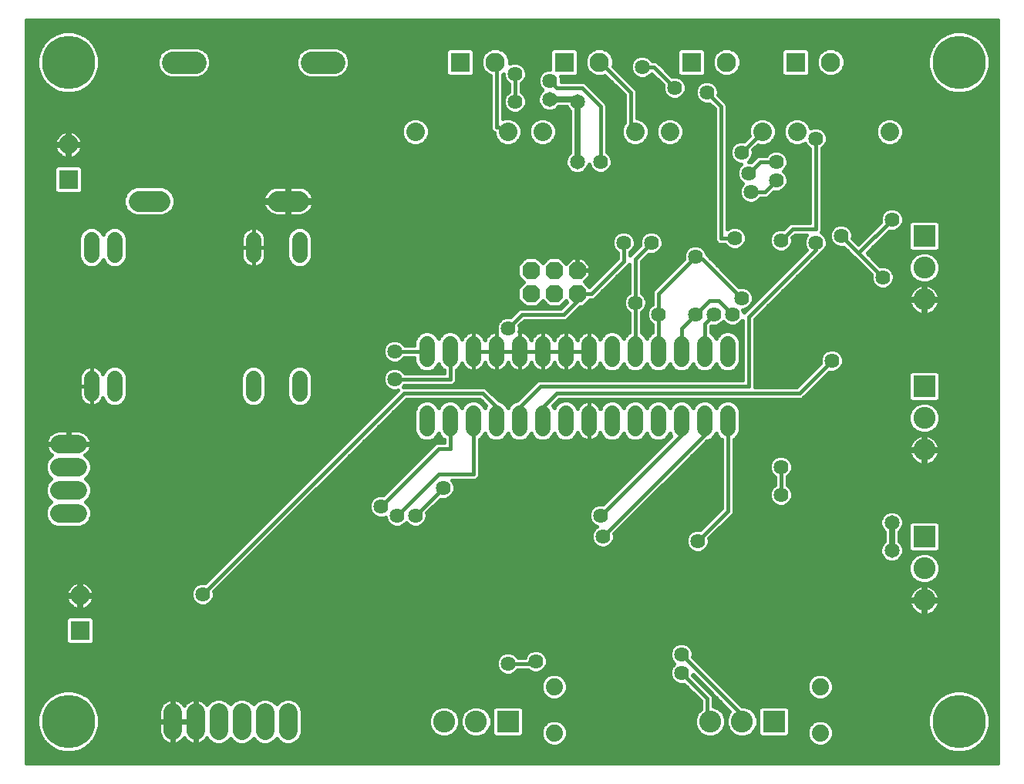
<source format=gbl>
G75*
G70*
%OFA0B0*%
%FSLAX24Y24*%
%IPPOS*%
%LPD*%
%AMOC8*
5,1,8,0,0,1.08239X$1,22.5*
%
%ADD10R,0.0832X0.0832*%
%ADD11C,0.0832*%
%ADD12C,0.0800*%
%ADD13C,0.0680*%
%ADD14R,0.0950X0.0950*%
%ADD15C,0.0950*%
%ADD16OC8,0.0760*%
%ADD17C,0.0800*%
%ADD18C,0.0910*%
%ADD19C,0.2300*%
%ADD20C,0.0740*%
%ADD21C,0.0950*%
%ADD22C,0.0160*%
%ADD23C,0.0650*%
%ADD24C,0.0280*%
%ADD25C,0.0180*%
%ADD26C,0.0640*%
D10*
X002681Y006404D03*
X002181Y025904D03*
X019111Y030974D03*
X023611Y030974D03*
X029111Y030974D03*
X033611Y030974D03*
D11*
X035129Y030974D03*
X030629Y030974D03*
X025129Y030974D03*
X020629Y030974D03*
X002181Y027422D03*
X002681Y007922D03*
D12*
X017181Y027974D03*
X021181Y027974D03*
X022681Y027974D03*
X026681Y027974D03*
X028181Y027974D03*
X032181Y027974D03*
X033681Y027974D03*
X037681Y027974D03*
D13*
X030681Y018814D02*
X030681Y018134D01*
X029681Y018134D02*
X029681Y018814D01*
X028681Y018814D02*
X028681Y018134D01*
X027681Y018134D02*
X027681Y018814D01*
X026681Y018814D02*
X026681Y018134D01*
X025681Y018134D02*
X025681Y018814D01*
X024681Y018814D02*
X024681Y018134D01*
X023681Y018134D02*
X023681Y018814D01*
X022681Y018814D02*
X022681Y018134D01*
X021681Y018134D02*
X021681Y018814D01*
X020681Y018814D02*
X020681Y018134D01*
X019681Y018134D02*
X019681Y018814D01*
X018681Y018814D02*
X018681Y018134D01*
X017681Y018134D02*
X017681Y018814D01*
X017681Y015814D02*
X017681Y015134D01*
X018681Y015134D02*
X018681Y015814D01*
X019681Y015814D02*
X019681Y015134D01*
X020681Y015134D02*
X020681Y015814D01*
X021681Y015814D02*
X021681Y015134D01*
X022681Y015134D02*
X022681Y015814D01*
X023681Y015814D02*
X023681Y015134D01*
X024681Y015134D02*
X024681Y015814D01*
X025681Y015814D02*
X025681Y015134D01*
X026681Y015134D02*
X026681Y015814D01*
X027681Y015814D02*
X027681Y015134D01*
X028681Y015134D02*
X028681Y015814D01*
X029681Y015814D02*
X029681Y015134D01*
X030681Y015134D02*
X030681Y015814D01*
X012181Y016634D02*
X012181Y017314D01*
X010181Y017314D02*
X010181Y016634D01*
X004181Y016634D02*
X004181Y017314D01*
X003181Y017314D02*
X003181Y016634D01*
X003181Y022634D02*
X003181Y023314D01*
X004181Y023314D02*
X004181Y022634D01*
X010181Y022634D02*
X010181Y023314D01*
X012181Y023314D02*
X012181Y022634D01*
D14*
X021181Y002474D03*
X032681Y002474D03*
X039181Y010474D03*
X039181Y016974D03*
X039181Y023474D03*
D15*
X039181Y022096D03*
X039181Y020718D03*
X039181Y015596D03*
X039181Y014218D03*
X039181Y009096D03*
X039181Y007718D03*
X031303Y002474D03*
X029926Y002474D03*
X019803Y002474D03*
X018426Y002474D03*
D16*
X022181Y020974D03*
X022181Y021974D03*
X023181Y021974D03*
X024181Y021974D03*
X024181Y020974D03*
X023181Y020974D03*
D17*
X002581Y014474D02*
X001781Y014474D01*
X001781Y013474D02*
X002581Y013474D01*
X002581Y012474D02*
X001781Y012474D01*
X001781Y011474D02*
X002581Y011474D01*
X006681Y002874D02*
X006681Y002074D01*
X007681Y002074D02*
X007681Y002874D01*
X008681Y002874D02*
X008681Y002074D01*
X009681Y002074D02*
X009681Y002874D01*
X010681Y002874D02*
X010681Y002074D01*
X011681Y002074D02*
X011681Y002874D01*
D18*
X011226Y024974D02*
X012136Y024974D01*
X006136Y024974D02*
X005226Y024974D01*
D19*
X002181Y030974D03*
X002181Y002474D03*
X040681Y002474D03*
X040681Y030974D03*
D20*
X034681Y003974D03*
X034681Y001974D03*
X023181Y001974D03*
X023181Y003974D03*
D21*
X013656Y030974D02*
X012706Y030974D01*
X007656Y030974D02*
X006706Y030974D01*
D22*
X000361Y032790D02*
X000361Y000654D01*
X042371Y000654D01*
X042371Y032790D01*
X000361Y032790D01*
X000361Y032658D02*
X042371Y032658D01*
X042371Y032499D02*
X000361Y032499D01*
X000361Y032341D02*
X042371Y032341D01*
X042371Y032182D02*
X041288Y032182D01*
X041202Y032232D02*
X040859Y032324D01*
X040504Y032324D01*
X040160Y032232D01*
X039852Y032054D01*
X039601Y031803D01*
X039423Y031495D01*
X039331Y031151D01*
X039331Y030796D01*
X039423Y030453D01*
X039601Y030145D01*
X039852Y029893D01*
X040160Y029716D01*
X040504Y029624D01*
X040859Y029624D01*
X041202Y029716D01*
X041510Y029893D01*
X041762Y030145D01*
X041939Y030453D01*
X042031Y030796D01*
X042031Y031151D01*
X041939Y031495D01*
X041762Y031803D01*
X041510Y032054D01*
X041202Y032232D01*
X041540Y032024D02*
X042371Y032024D01*
X042371Y031865D02*
X041699Y031865D01*
X041817Y031707D02*
X042371Y031707D01*
X042371Y031548D02*
X041909Y031548D01*
X041968Y031390D02*
X042371Y031390D01*
X042371Y031231D02*
X042010Y031231D01*
X042031Y031073D02*
X042371Y031073D01*
X042371Y030914D02*
X042031Y030914D01*
X042021Y030755D02*
X042371Y030755D01*
X042371Y030597D02*
X041978Y030597D01*
X041931Y030438D02*
X042371Y030438D01*
X042371Y030280D02*
X041840Y030280D01*
X041738Y030121D02*
X042371Y030121D01*
X042371Y029963D02*
X041580Y029963D01*
X041356Y029804D02*
X042371Y029804D01*
X042371Y029646D02*
X040941Y029646D01*
X040422Y029646D02*
X030281Y029646D01*
X030281Y029574D02*
X030281Y029773D01*
X030205Y029957D01*
X030065Y030098D01*
X029881Y030174D01*
X029682Y030174D01*
X029498Y030098D01*
X029358Y029957D01*
X029281Y029773D01*
X029281Y029574D01*
X029358Y029390D01*
X029498Y029250D01*
X029682Y029174D01*
X029881Y029174D01*
X029894Y029179D01*
X030111Y028962D01*
X030111Y023427D01*
X030111Y023320D01*
X030153Y023221D01*
X030228Y023145D01*
X027881Y023145D01*
X027881Y023074D02*
X027881Y023273D01*
X027805Y023457D01*
X027665Y023598D01*
X027481Y023674D01*
X027282Y023674D01*
X027098Y023598D01*
X026958Y023457D01*
X026881Y023273D01*
X026881Y023074D01*
X026887Y023061D01*
X026528Y022703D01*
X026453Y022627D01*
X026451Y022624D01*
X026451Y022744D01*
X026465Y022750D01*
X026605Y022890D01*
X026681Y023074D01*
X026681Y023273D01*
X026605Y023457D01*
X026465Y023598D01*
X026281Y023674D01*
X026082Y023674D01*
X025898Y023598D01*
X025758Y023457D01*
X025681Y023273D01*
X025681Y023074D01*
X025758Y022890D01*
X025898Y022750D01*
X025911Y022744D01*
X025911Y022486D01*
X024701Y021275D01*
X024487Y021488D01*
X024741Y021742D01*
X024741Y021954D01*
X024202Y021954D01*
X024202Y021994D01*
X024741Y021994D01*
X024741Y022206D01*
X024413Y022534D01*
X024201Y022534D01*
X024201Y021994D01*
X024161Y021994D01*
X024161Y022534D01*
X023949Y022534D01*
X023696Y022280D01*
X023422Y022554D01*
X022941Y022554D01*
X022681Y022294D01*
X022422Y022554D01*
X021941Y022554D01*
X021601Y022214D01*
X021601Y021733D01*
X021861Y021474D01*
X021601Y021214D01*
X021601Y020733D01*
X021941Y020394D01*
X022422Y020394D01*
X022681Y020654D01*
X022941Y020394D01*
X023422Y020394D01*
X023681Y020654D01*
X023730Y020604D01*
X023470Y020344D01*
X021728Y020344D01*
X021628Y020303D01*
X021553Y020227D01*
X021294Y019968D01*
X021281Y019974D01*
X021082Y019974D01*
X020898Y019898D01*
X020758Y019757D01*
X020681Y019573D01*
X020681Y019374D01*
X020698Y019334D01*
X020682Y019334D01*
X020682Y018474D01*
X021201Y018474D01*
X021681Y018474D01*
X021681Y018473D01*
X021682Y018473D01*
X021682Y017614D01*
X021722Y017614D01*
X021803Y017626D01*
X021881Y017652D01*
X021954Y017689D01*
X022020Y017737D01*
X022078Y017795D01*
X022126Y017861D01*
X022163Y017934D01*
X022181Y017990D01*
X022200Y017934D01*
X022237Y017861D01*
X022285Y017795D01*
X022343Y017737D01*
X022409Y017689D01*
X022482Y017652D01*
X022560Y017626D01*
X022640Y017614D01*
X022681Y017614D01*
X022681Y018473D01*
X022682Y018473D01*
X022682Y017614D01*
X022722Y017614D01*
X022803Y017626D01*
X022881Y017652D01*
X022954Y017689D01*
X023020Y017737D01*
X023078Y017795D01*
X023126Y017861D01*
X023163Y017934D01*
X023181Y017990D01*
X023200Y017934D01*
X023237Y017861D01*
X023285Y017795D01*
X023343Y017737D01*
X023409Y017689D01*
X023482Y017652D01*
X023560Y017626D01*
X023640Y017614D01*
X023681Y017614D01*
X023681Y018473D01*
X023682Y018473D01*
X023682Y017614D01*
X023722Y017614D01*
X023803Y017626D01*
X023881Y017652D01*
X023954Y017689D01*
X024020Y017737D01*
X024078Y017795D01*
X024126Y017861D01*
X024163Y017934D01*
X024181Y017990D01*
X024200Y017934D01*
X024237Y017861D01*
X024285Y017795D01*
X024343Y017737D01*
X024409Y017689D01*
X024482Y017652D01*
X024560Y017626D01*
X024640Y017614D01*
X024681Y017614D01*
X024681Y018473D01*
X024682Y018473D01*
X024682Y017614D01*
X024722Y017614D01*
X024803Y017626D01*
X024881Y017652D01*
X024954Y017689D01*
X025020Y017737D01*
X025078Y017795D01*
X025126Y017861D01*
X025163Y017934D01*
X025170Y017956D01*
X025224Y017828D01*
X025376Y017676D01*
X025574Y017594D01*
X025789Y017594D01*
X025987Y017676D01*
X026139Y017828D01*
X026181Y017930D01*
X026224Y017828D01*
X026376Y017676D01*
X026574Y017594D01*
X026789Y017594D01*
X026987Y017676D01*
X027139Y017828D01*
X027181Y017930D01*
X027224Y017828D01*
X027376Y017676D01*
X027574Y017594D01*
X027789Y017594D01*
X027987Y017676D01*
X028139Y017828D01*
X028181Y017930D01*
X028224Y017828D01*
X028376Y017676D01*
X028574Y017594D01*
X028789Y017594D01*
X028987Y017676D01*
X029139Y017828D01*
X029181Y017930D01*
X029224Y017828D01*
X029376Y017676D01*
X029574Y017594D01*
X029789Y017594D01*
X029987Y017676D01*
X030139Y017828D01*
X030181Y017930D01*
X030224Y017828D01*
X030376Y017676D01*
X030574Y017594D01*
X030789Y017594D01*
X030987Y017676D01*
X031139Y017828D01*
X031221Y018026D01*
X031221Y018921D01*
X031139Y019120D01*
X030987Y019271D01*
X030789Y019354D01*
X030574Y019354D01*
X030376Y019271D01*
X030224Y019120D01*
X030181Y019018D01*
X030139Y019120D01*
X029987Y019271D01*
X029951Y019286D01*
X029951Y019562D01*
X029969Y019579D01*
X029982Y019574D01*
X030181Y019574D01*
X030365Y019650D01*
X030481Y019767D01*
X030598Y019650D01*
X030782Y019574D01*
X030981Y019574D01*
X031165Y019650D01*
X031305Y019790D01*
X031311Y019805D01*
X031311Y017244D01*
X022635Y017244D01*
X022528Y017244D01*
X022428Y017203D01*
X021580Y016354D01*
X021574Y016354D01*
X021376Y016271D01*
X021224Y016120D01*
X021181Y016018D01*
X021139Y016120D01*
X020987Y016271D01*
X020789Y016354D01*
X020783Y016354D01*
X020234Y016903D01*
X020135Y016944D01*
X020028Y016944D01*
X016658Y016944D01*
X016705Y016990D01*
X016711Y017004D01*
X018735Y017004D01*
X018834Y017045D01*
X018910Y017121D01*
X022347Y017121D01*
X022188Y016962D02*
X016677Y016962D01*
X016413Y016787D02*
X008094Y008468D01*
X008081Y008474D01*
X007882Y008474D01*
X007698Y008398D01*
X007558Y008257D01*
X007481Y008073D01*
X007481Y007874D01*
X007558Y007690D01*
X007698Y007550D01*
X007882Y007474D01*
X008081Y007474D01*
X008265Y007550D01*
X008405Y007690D01*
X008481Y007874D01*
X008481Y008073D01*
X008476Y008086D01*
X016793Y016404D01*
X019970Y016404D01*
X020239Y016135D01*
X020224Y016120D01*
X020181Y016018D01*
X020139Y016120D01*
X019987Y016271D01*
X019789Y016354D01*
X019574Y016354D01*
X019376Y016271D01*
X019224Y016120D01*
X019181Y016018D01*
X019139Y016120D01*
X018987Y016271D01*
X018789Y016354D01*
X018574Y016354D01*
X018376Y016271D01*
X018224Y016120D01*
X018181Y016018D01*
X018139Y016120D01*
X017987Y016271D01*
X017789Y016354D01*
X017574Y016354D01*
X017376Y016271D01*
X017224Y016120D01*
X017141Y015921D01*
X017141Y015026D01*
X017224Y014828D01*
X017376Y014676D01*
X017574Y014594D01*
X017789Y014594D01*
X017987Y014676D01*
X018139Y014828D01*
X018181Y014930D01*
X018224Y014828D01*
X018376Y014676D01*
X018411Y014661D01*
X018411Y014544D01*
X018235Y014544D01*
X018128Y014544D01*
X018028Y014503D01*
X015794Y012268D01*
X015781Y012274D01*
X015582Y012274D01*
X015398Y012198D01*
X015258Y012057D01*
X015181Y011873D01*
X015181Y011674D01*
X015258Y011490D01*
X015398Y011350D01*
X015582Y011274D01*
X015781Y011274D01*
X015881Y011315D01*
X015881Y011274D01*
X015958Y011090D01*
X016098Y010950D01*
X016282Y010874D01*
X016481Y010874D01*
X016665Y010950D01*
X016781Y011067D01*
X016898Y010950D01*
X017082Y010874D01*
X017281Y010874D01*
X017465Y010950D01*
X017605Y011090D01*
X017681Y011274D01*
X017681Y011473D01*
X017676Y011486D01*
X018269Y012079D01*
X018282Y012074D01*
X018481Y012074D01*
X018665Y012150D01*
X018805Y012290D01*
X018881Y012474D01*
X018881Y012673D01*
X018805Y012857D01*
X018758Y012904D01*
X019735Y012904D01*
X019834Y012945D01*
X019910Y013021D01*
X019951Y013120D01*
X019951Y013227D01*
X019951Y014661D01*
X019987Y014676D01*
X020139Y014828D01*
X020181Y014930D01*
X020224Y014828D01*
X020376Y014676D01*
X020574Y014594D01*
X020789Y014594D01*
X020987Y014676D01*
X021139Y014828D01*
X021181Y014930D01*
X021224Y014828D01*
X021376Y014676D01*
X021574Y014594D01*
X021789Y014594D01*
X021987Y014676D01*
X022139Y014828D01*
X022181Y014930D01*
X022224Y014828D01*
X022376Y014676D01*
X022574Y014594D01*
X022789Y014594D01*
X022987Y014676D01*
X023139Y014828D01*
X023181Y014930D01*
X023224Y014828D01*
X023376Y014676D01*
X023574Y014594D01*
X023789Y014594D01*
X023987Y014676D01*
X024139Y014828D01*
X024192Y014956D01*
X024200Y014934D01*
X024237Y014861D01*
X024285Y014795D01*
X024343Y014737D01*
X024409Y014689D01*
X024482Y014652D01*
X024560Y014626D01*
X024640Y014614D01*
X024681Y014614D01*
X024681Y015473D01*
X024682Y015473D01*
X024682Y014614D01*
X024722Y014614D01*
X024803Y014626D01*
X024881Y014652D01*
X024954Y014689D01*
X025020Y014737D01*
X025078Y014795D01*
X025126Y014861D01*
X025163Y014934D01*
X025170Y014956D01*
X025224Y014828D01*
X025376Y014676D01*
X025574Y014594D01*
X025789Y014594D01*
X025987Y014676D01*
X026139Y014828D01*
X026181Y014930D01*
X026224Y014828D01*
X026376Y014676D01*
X026574Y014594D01*
X026789Y014594D01*
X026987Y014676D01*
X027139Y014828D01*
X027181Y014930D01*
X027224Y014828D01*
X027376Y014676D01*
X027574Y014594D01*
X027789Y014594D01*
X027987Y014676D01*
X028139Y014828D01*
X028181Y014930D01*
X028224Y014828D01*
X028239Y014813D01*
X025294Y011868D01*
X025281Y011874D01*
X025082Y011874D01*
X024898Y011798D01*
X024758Y011657D01*
X024681Y011473D01*
X024681Y011274D01*
X024758Y011090D01*
X024898Y010950D01*
X025011Y010903D01*
X024998Y010898D01*
X024858Y010757D01*
X024781Y010573D01*
X024781Y010374D01*
X024858Y010190D01*
X024998Y010050D01*
X025182Y009974D01*
X025381Y009974D01*
X025565Y010050D01*
X025705Y010190D01*
X025781Y010374D01*
X025781Y010573D01*
X025776Y010586D01*
X029783Y014594D01*
X029789Y014594D01*
X029987Y014676D01*
X030139Y014828D01*
X030181Y014930D01*
X030224Y014828D01*
X030376Y014676D01*
X030411Y014661D01*
X030411Y011685D01*
X029494Y010768D01*
X029481Y010774D01*
X029282Y010774D01*
X029098Y010698D01*
X028958Y010557D01*
X028881Y010373D01*
X028881Y010174D01*
X028958Y009990D01*
X029098Y009850D01*
X029282Y009774D01*
X029481Y009774D01*
X029665Y009850D01*
X029805Y009990D01*
X029881Y010174D01*
X029881Y010373D01*
X029876Y010386D01*
X030834Y011345D01*
X030834Y011345D01*
X030910Y011421D01*
X030951Y011520D01*
X030951Y014661D01*
X030987Y014676D01*
X031139Y014828D01*
X031221Y015026D01*
X031221Y015921D01*
X031139Y016120D01*
X030987Y016271D01*
X030789Y016354D01*
X030574Y016354D01*
X030376Y016271D01*
X030224Y016120D01*
X030181Y016018D01*
X030139Y016120D01*
X029987Y016271D01*
X029789Y016354D01*
X029574Y016354D01*
X029376Y016271D01*
X029224Y016120D01*
X029181Y016018D01*
X029139Y016120D01*
X028987Y016271D01*
X028789Y016354D01*
X028574Y016354D01*
X028376Y016271D01*
X028224Y016120D01*
X028181Y016018D01*
X028139Y016120D01*
X027987Y016271D01*
X027789Y016354D01*
X027574Y016354D01*
X027376Y016271D01*
X027224Y016120D01*
X027181Y016018D01*
X027139Y016120D01*
X026987Y016271D01*
X026789Y016354D01*
X026574Y016354D01*
X026376Y016271D01*
X026224Y016120D01*
X026181Y016018D01*
X026139Y016120D01*
X025987Y016271D01*
X025789Y016354D01*
X025574Y016354D01*
X025376Y016271D01*
X025224Y016120D01*
X025170Y015991D01*
X025163Y016013D01*
X025126Y016086D01*
X025078Y016152D01*
X025020Y016210D01*
X024954Y016258D01*
X024881Y016296D01*
X024803Y016321D01*
X024722Y016334D01*
X024682Y016334D01*
X024682Y015474D01*
X024681Y015474D01*
X024681Y016334D01*
X024640Y016334D01*
X024560Y016321D01*
X024482Y016296D01*
X024409Y016258D01*
X024343Y016210D01*
X024285Y016152D01*
X024237Y016086D01*
X024200Y016013D01*
X024192Y015991D01*
X024139Y016120D01*
X023987Y016271D01*
X023789Y016354D01*
X023574Y016354D01*
X023376Y016271D01*
X023224Y016120D01*
X023181Y016018D01*
X023139Y016120D01*
X023124Y016135D01*
X023393Y016404D01*
X033835Y016404D01*
X033934Y016445D01*
X034010Y016521D01*
X035069Y017579D01*
X035082Y017574D01*
X035281Y017574D01*
X035465Y017650D01*
X035605Y017790D01*
X035681Y017974D01*
X035681Y018173D01*
X035605Y018357D01*
X035465Y018498D01*
X035281Y018574D01*
X035082Y018574D01*
X034898Y018498D01*
X034758Y018357D01*
X034681Y018173D01*
X034681Y017974D01*
X034687Y017961D01*
X033670Y016944D01*
X031851Y016944D01*
X031851Y017027D01*
X031851Y019862D01*
X034710Y022721D01*
X034714Y022729D01*
X034765Y022750D01*
X034905Y022890D01*
X034981Y023074D01*
X034981Y023273D01*
X034905Y023457D01*
X034765Y023598D01*
X034710Y023620D01*
X034710Y023621D01*
X035101Y023621D01*
X035081Y023573D02*
X035081Y023374D01*
X035158Y023190D01*
X035298Y023050D01*
X035482Y022974D01*
X035681Y022974D01*
X035694Y022979D01*
X036103Y022571D01*
X036178Y022495D01*
X036887Y021786D01*
X036881Y021773D01*
X036881Y021574D01*
X036958Y021390D01*
X037098Y021250D01*
X037282Y021174D01*
X037481Y021174D01*
X037665Y021250D01*
X037805Y021390D01*
X037881Y021574D01*
X037881Y021773D01*
X037805Y021957D01*
X037665Y022098D01*
X037481Y022174D01*
X037282Y022174D01*
X037269Y022168D01*
X036713Y022724D01*
X037669Y023679D01*
X037682Y023674D01*
X037881Y023674D01*
X038065Y023750D01*
X038205Y023890D01*
X038281Y024074D01*
X038281Y024273D01*
X038205Y024457D01*
X038065Y024598D01*
X037881Y024674D01*
X037682Y024674D01*
X037498Y024598D01*
X037358Y024457D01*
X037281Y024273D01*
X037281Y024074D01*
X037287Y024061D01*
X036331Y023105D01*
X036076Y023361D01*
X036081Y023374D01*
X036081Y023573D01*
X036005Y023757D01*
X035865Y023898D01*
X035681Y023974D01*
X035482Y023974D01*
X035298Y023898D01*
X035158Y023757D01*
X035081Y023573D01*
X035081Y023462D02*
X034900Y023462D01*
X034969Y023304D02*
X035111Y023304D01*
X035203Y023145D02*
X034981Y023145D01*
X034945Y022987D02*
X035450Y022987D01*
X035845Y022828D02*
X034843Y022828D01*
X034659Y022670D02*
X036004Y022670D01*
X036162Y022511D02*
X034501Y022511D01*
X034342Y022353D02*
X036321Y022353D01*
X036479Y022194D02*
X034184Y022194D01*
X034025Y022036D02*
X036638Y022036D01*
X036796Y021877D02*
X033867Y021877D01*
X033708Y021719D02*
X036881Y021719D01*
X036887Y021560D02*
X033549Y021560D01*
X033391Y021401D02*
X036953Y021401D01*
X037115Y021243D02*
X033232Y021243D01*
X033074Y021084D02*
X038637Y021084D01*
X038636Y021082D02*
X038593Y021008D01*
X038560Y020929D01*
X038538Y020846D01*
X038526Y020761D01*
X038526Y020756D01*
X039143Y020756D01*
X039143Y020680D01*
X038526Y020680D01*
X038526Y020675D01*
X038538Y020590D01*
X038560Y020507D01*
X038593Y020427D01*
X038636Y020353D01*
X038688Y020285D01*
X038749Y020224D01*
X038817Y020172D01*
X038891Y020129D01*
X038970Y020096D01*
X039053Y020074D01*
X039138Y020063D01*
X039143Y020063D01*
X039143Y020679D01*
X039220Y020679D01*
X039220Y020063D01*
X039224Y020063D01*
X039309Y020074D01*
X039392Y020096D01*
X039472Y020129D01*
X039546Y020172D01*
X039614Y020224D01*
X039675Y020285D01*
X039727Y020353D01*
X039770Y020427D01*
X039803Y020507D01*
X039825Y020590D01*
X039836Y020675D01*
X039836Y020680D01*
X039220Y020680D01*
X039220Y020756D01*
X039836Y020756D01*
X039836Y020761D01*
X039825Y020846D01*
X039803Y020929D01*
X039770Y021008D01*
X039727Y021082D01*
X039675Y021151D01*
X039614Y021211D01*
X039546Y021264D01*
X039472Y021306D01*
X039392Y021339D01*
X039309Y021362D01*
X039224Y021373D01*
X039220Y021373D01*
X039220Y020756D01*
X039143Y020756D01*
X039143Y021373D01*
X039138Y021373D01*
X039053Y021362D01*
X038970Y021339D01*
X038891Y021306D01*
X038817Y021264D01*
X038749Y021211D01*
X038688Y021151D01*
X038636Y021082D01*
X038559Y020926D02*
X032915Y020926D01*
X032757Y020767D02*
X038527Y020767D01*
X038535Y020609D02*
X032598Y020609D01*
X032440Y020450D02*
X038583Y020450D01*
X038683Y020292D02*
X032281Y020292D01*
X032123Y020133D02*
X038884Y020133D01*
X039143Y020133D02*
X039220Y020133D01*
X039220Y020292D02*
X039143Y020292D01*
X039143Y020450D02*
X039220Y020450D01*
X039220Y020609D02*
X039143Y020609D01*
X039143Y020767D02*
X039220Y020767D01*
X039220Y020926D02*
X039143Y020926D01*
X039143Y021084D02*
X039220Y021084D01*
X039220Y021243D02*
X039143Y021243D01*
X039047Y021421D02*
X039316Y021421D01*
X039564Y021524D01*
X039754Y021713D01*
X039856Y021961D01*
X039856Y022230D01*
X039754Y022478D01*
X039564Y022668D01*
X039316Y022771D01*
X039047Y022771D01*
X038799Y022668D01*
X038609Y022478D01*
X038506Y022230D01*
X038506Y021961D01*
X038609Y021713D01*
X038799Y021524D01*
X039047Y021421D01*
X038790Y021243D02*
X037648Y021243D01*
X037810Y021401D02*
X042371Y021401D01*
X042371Y021243D02*
X039573Y021243D01*
X039726Y021084D02*
X042371Y021084D01*
X042371Y020926D02*
X039804Y020926D01*
X039836Y020767D02*
X042371Y020767D01*
X042371Y020609D02*
X039828Y020609D01*
X039779Y020450D02*
X042371Y020450D01*
X042371Y020292D02*
X039680Y020292D01*
X039479Y020133D02*
X042371Y020133D01*
X042371Y019975D02*
X031964Y019975D01*
X031851Y019816D02*
X042371Y019816D01*
X042371Y019657D02*
X031851Y019657D01*
X031851Y019499D02*
X042371Y019499D01*
X042371Y019340D02*
X031851Y019340D01*
X031851Y019182D02*
X042371Y019182D01*
X042371Y019023D02*
X031851Y019023D01*
X031851Y018865D02*
X042371Y018865D01*
X042371Y018706D02*
X031851Y018706D01*
X031851Y018548D02*
X035019Y018548D01*
X034790Y018389D02*
X031851Y018389D01*
X031851Y018231D02*
X034705Y018231D01*
X034681Y018072D02*
X031851Y018072D01*
X031851Y017913D02*
X034639Y017913D01*
X034481Y017755D02*
X031851Y017755D01*
X031851Y017596D02*
X034322Y017596D01*
X034164Y017438D02*
X031851Y017438D01*
X031851Y017279D02*
X034005Y017279D01*
X033847Y017121D02*
X031851Y017121D01*
X031851Y016962D02*
X033688Y016962D01*
X034135Y016645D02*
X038506Y016645D01*
X038506Y016487D02*
X033976Y016487D01*
X034293Y016804D02*
X038506Y016804D01*
X038506Y016962D02*
X034452Y016962D01*
X034610Y017121D02*
X038506Y017121D01*
X038506Y017279D02*
X034769Y017279D01*
X034927Y017438D02*
X038506Y017438D01*
X038506Y017532D02*
X038506Y016416D01*
X038624Y016299D01*
X039739Y016299D01*
X039856Y016416D01*
X039856Y017532D01*
X039739Y017649D01*
X038624Y017649D01*
X038506Y017532D01*
X038571Y017596D02*
X035336Y017596D01*
X035570Y017755D02*
X042371Y017755D01*
X042371Y017913D02*
X035656Y017913D01*
X035681Y018072D02*
X042371Y018072D01*
X042371Y018231D02*
X035658Y018231D01*
X035573Y018389D02*
X042371Y018389D01*
X042371Y018548D02*
X035344Y018548D01*
X038594Y016328D02*
X030851Y016328D01*
X031089Y016169D02*
X038803Y016169D01*
X038799Y016168D02*
X038609Y015978D01*
X038506Y015730D01*
X038506Y015461D01*
X038609Y015213D01*
X038799Y015024D01*
X039047Y014921D01*
X039316Y014921D01*
X039564Y015024D01*
X039754Y015213D01*
X039856Y015461D01*
X039856Y015730D01*
X039754Y015978D01*
X039564Y016168D01*
X039316Y016271D01*
X039047Y016271D01*
X038799Y016168D01*
X038642Y016011D02*
X031184Y016011D01*
X031221Y015852D02*
X038557Y015852D01*
X038506Y015694D02*
X031221Y015694D01*
X031221Y015535D02*
X038506Y015535D01*
X038541Y015377D02*
X031221Y015377D01*
X031221Y015218D02*
X038607Y015218D01*
X038763Y015060D02*
X031221Y015060D01*
X031170Y014901D02*
X042371Y014901D01*
X042371Y014743D02*
X039573Y014743D01*
X039546Y014764D02*
X039472Y014806D01*
X039392Y014839D01*
X039309Y014862D01*
X039224Y014873D01*
X039220Y014873D01*
X039220Y014256D01*
X039836Y014256D01*
X039836Y014261D01*
X039825Y014346D01*
X039803Y014429D01*
X039770Y014508D01*
X039727Y014582D01*
X039675Y014651D01*
X039614Y014711D01*
X039546Y014764D01*
X039726Y014584D02*
X042371Y014584D01*
X042371Y014426D02*
X039804Y014426D01*
X039836Y014267D02*
X042371Y014267D01*
X042371Y014108D02*
X039828Y014108D01*
X039825Y014090D02*
X039836Y014175D01*
X039836Y014180D01*
X039220Y014180D01*
X039220Y014256D01*
X039143Y014256D01*
X039143Y014180D01*
X038526Y014180D01*
X038526Y014175D01*
X038538Y014090D01*
X038560Y014007D01*
X038593Y013927D01*
X038636Y013853D01*
X038688Y013785D01*
X038749Y013724D01*
X038817Y013672D01*
X038891Y013629D01*
X038970Y013596D01*
X039053Y013574D01*
X039138Y013563D01*
X039143Y013563D01*
X039143Y014179D01*
X039220Y014179D01*
X039220Y013563D01*
X039224Y013563D01*
X039309Y013574D01*
X039392Y013596D01*
X039472Y013629D01*
X039546Y013672D01*
X039614Y013724D01*
X039675Y013785D01*
X039727Y013853D01*
X039770Y013927D01*
X039803Y014007D01*
X039825Y014090D01*
X039779Y013950D02*
X042371Y013950D01*
X042371Y013791D02*
X039680Y013791D01*
X039478Y013633D02*
X042371Y013633D01*
X042371Y013474D02*
X033481Y013474D01*
X033481Y013573D02*
X033405Y013757D01*
X033265Y013898D01*
X033081Y013974D01*
X032882Y013974D01*
X032698Y013898D01*
X032558Y013757D01*
X032481Y013573D01*
X032481Y013374D01*
X032558Y013190D01*
X032698Y013050D01*
X032711Y013044D01*
X032711Y012703D01*
X032698Y012698D01*
X032558Y012557D01*
X032481Y012373D01*
X032481Y012174D01*
X032558Y011990D01*
X032698Y011850D01*
X032882Y011774D01*
X033081Y011774D01*
X033265Y011850D01*
X033405Y011990D01*
X033481Y012174D01*
X033481Y012373D01*
X033405Y012557D01*
X033265Y012698D01*
X033251Y012703D01*
X033251Y013044D01*
X033265Y013050D01*
X033405Y013190D01*
X033481Y013374D01*
X033481Y013573D01*
X033457Y013633D02*
X038885Y013633D01*
X038683Y013791D02*
X033371Y013791D01*
X033138Y013950D02*
X038583Y013950D01*
X038535Y014108D02*
X030951Y014108D01*
X030951Y013950D02*
X032825Y013950D01*
X032592Y013791D02*
X030951Y013791D01*
X030951Y013633D02*
X032506Y013633D01*
X032481Y013474D02*
X030951Y013474D01*
X030951Y013316D02*
X032506Y013316D01*
X032591Y013157D02*
X030951Y013157D01*
X030951Y012999D02*
X032711Y012999D01*
X032711Y012840D02*
X030951Y012840D01*
X030951Y012682D02*
X032682Y012682D01*
X032544Y012523D02*
X030951Y012523D01*
X030951Y012364D02*
X032481Y012364D01*
X032481Y012206D02*
X030951Y012206D01*
X030951Y012047D02*
X032534Y012047D01*
X032659Y011889D02*
X030951Y011889D01*
X030951Y011730D02*
X042371Y011730D01*
X042371Y011572D02*
X037899Y011572D01*
X037882Y011579D02*
X037681Y011579D01*
X037495Y011502D01*
X037353Y011360D01*
X037276Y011174D01*
X037276Y010973D01*
X037353Y010788D01*
X037461Y010680D01*
X037461Y010268D01*
X037353Y010160D01*
X037276Y009974D01*
X037276Y009773D01*
X037353Y009588D01*
X037495Y009446D01*
X037681Y009369D01*
X037882Y009369D01*
X038067Y009446D01*
X038209Y009588D01*
X038286Y009773D01*
X038286Y009974D01*
X038209Y010160D01*
X038101Y010268D01*
X038101Y010680D01*
X038209Y010788D01*
X038286Y010973D01*
X038286Y011174D01*
X038209Y011360D01*
X038067Y011502D01*
X037882Y011579D01*
X037664Y011572D02*
X030951Y011572D01*
X030903Y011413D02*
X037407Y011413D01*
X037310Y011255D02*
X030744Y011255D01*
X030586Y011096D02*
X037276Y011096D01*
X037291Y010938D02*
X030427Y010938D01*
X030269Y010779D02*
X037362Y010779D01*
X037461Y010620D02*
X030110Y010620D01*
X029951Y010462D02*
X037461Y010462D01*
X037461Y010303D02*
X029881Y010303D01*
X029869Y010145D02*
X037347Y010145D01*
X037281Y009986D02*
X029801Y009986D01*
X029611Y009828D02*
X037276Y009828D01*
X037319Y009669D02*
X010059Y009669D01*
X010217Y009828D02*
X029151Y009828D01*
X028962Y009986D02*
X025411Y009986D01*
X025151Y009986D02*
X010376Y009986D01*
X010534Y010145D02*
X024903Y010145D01*
X024811Y010303D02*
X010693Y010303D01*
X010851Y010462D02*
X024781Y010462D01*
X024801Y010620D02*
X011010Y010620D01*
X011169Y010779D02*
X024880Y010779D01*
X024928Y010938D02*
X017435Y010938D01*
X017608Y011096D02*
X024755Y011096D01*
X024689Y011255D02*
X017673Y011255D01*
X017681Y011413D02*
X024681Y011413D01*
X024722Y011572D02*
X017761Y011572D01*
X017920Y011730D02*
X024831Y011730D01*
X025315Y011889D02*
X018078Y011889D01*
X018237Y012047D02*
X025473Y012047D01*
X025632Y012206D02*
X018721Y012206D01*
X018836Y012364D02*
X025790Y012364D01*
X025949Y012523D02*
X018881Y012523D01*
X018878Y012682D02*
X026107Y012682D01*
X026266Y012840D02*
X018812Y012840D01*
X019888Y012999D02*
X026425Y012999D01*
X026583Y013157D02*
X019951Y013157D01*
X019951Y013316D02*
X026742Y013316D01*
X026900Y013474D02*
X019951Y013474D01*
X019951Y013633D02*
X027059Y013633D01*
X027217Y013791D02*
X019951Y013791D01*
X019951Y013950D02*
X027376Y013950D01*
X027534Y014108D02*
X019951Y014108D01*
X019951Y014267D02*
X027693Y014267D01*
X027851Y014426D02*
X019951Y014426D01*
X019951Y014584D02*
X028010Y014584D01*
X028054Y014743D02*
X028169Y014743D01*
X028170Y014901D02*
X028193Y014901D01*
X027309Y014743D02*
X027054Y014743D01*
X027170Y014901D02*
X027193Y014901D01*
X026309Y014743D02*
X026054Y014743D01*
X026170Y014901D02*
X026193Y014901D01*
X025309Y014743D02*
X025026Y014743D01*
X025146Y014901D02*
X025193Y014901D01*
X024682Y014901D02*
X024681Y014901D01*
X024681Y014743D02*
X024682Y014743D01*
X024681Y015060D02*
X024682Y015060D01*
X024681Y015218D02*
X024682Y015218D01*
X024681Y015377D02*
X024682Y015377D01*
X024681Y015535D02*
X024682Y015535D01*
X024681Y015694D02*
X024682Y015694D01*
X024681Y015852D02*
X024682Y015852D01*
X024681Y016011D02*
X024682Y016011D01*
X024681Y016169D02*
X024682Y016169D01*
X024681Y016328D02*
X024682Y016328D01*
X024758Y016328D02*
X025512Y016328D01*
X025274Y016169D02*
X025061Y016169D01*
X025164Y016011D02*
X025179Y016011D01*
X024605Y016328D02*
X023851Y016328D01*
X024089Y016169D02*
X024302Y016169D01*
X024199Y016011D02*
X024184Y016011D01*
X023512Y016328D02*
X023318Y016328D01*
X023274Y016169D02*
X023159Y016169D01*
X022030Y016804D02*
X020333Y016804D01*
X020492Y016645D02*
X021871Y016645D01*
X021712Y016487D02*
X020650Y016487D01*
X020851Y016328D02*
X021512Y016328D01*
X021274Y016169D02*
X021089Y016169D01*
X020204Y016169D02*
X020089Y016169D01*
X020045Y016328D02*
X019851Y016328D01*
X019512Y016328D02*
X018851Y016328D01*
X019089Y016169D02*
X019274Y016169D01*
X018512Y016328D02*
X017851Y016328D01*
X018089Y016169D02*
X018274Y016169D01*
X017512Y016328D02*
X016718Y016328D01*
X016559Y016169D02*
X017274Y016169D01*
X017179Y016011D02*
X016400Y016011D01*
X016242Y015852D02*
X017141Y015852D01*
X017141Y015694D02*
X016083Y015694D01*
X015925Y015535D02*
X017141Y015535D01*
X017141Y015377D02*
X015766Y015377D01*
X015608Y015218D02*
X017141Y015218D01*
X017141Y015060D02*
X015449Y015060D01*
X015291Y014901D02*
X017193Y014901D01*
X017309Y014743D02*
X015132Y014743D01*
X014974Y014584D02*
X018411Y014584D01*
X018309Y014743D02*
X018054Y014743D01*
X018169Y014901D02*
X018193Y014901D01*
X017951Y014426D02*
X014815Y014426D01*
X014656Y014267D02*
X017793Y014267D01*
X017634Y014108D02*
X014498Y014108D01*
X014339Y013950D02*
X017476Y013950D01*
X017317Y013791D02*
X014181Y013791D01*
X014022Y013633D02*
X017159Y013633D01*
X017000Y013474D02*
X013864Y013474D01*
X013705Y013316D02*
X016842Y013316D01*
X016683Y013157D02*
X013547Y013157D01*
X013388Y012999D02*
X016525Y012999D01*
X016366Y012840D02*
X013230Y012840D01*
X013071Y012682D02*
X016207Y012682D01*
X016049Y012523D02*
X012912Y012523D01*
X012754Y012364D02*
X015890Y012364D01*
X015418Y012206D02*
X012595Y012206D01*
X012437Y012047D02*
X015254Y012047D01*
X015188Y011889D02*
X012278Y011889D01*
X012120Y011730D02*
X015181Y011730D01*
X015224Y011572D02*
X011961Y011572D01*
X011803Y011413D02*
X015335Y011413D01*
X015889Y011255D02*
X011644Y011255D01*
X011486Y011096D02*
X015955Y011096D01*
X016128Y010938D02*
X011327Y010938D01*
X010881Y011255D02*
X003140Y011255D01*
X003181Y011354D02*
X003090Y011134D01*
X002921Y010965D01*
X002701Y010874D01*
X001662Y010874D01*
X001442Y010965D01*
X001273Y011134D01*
X001181Y011354D01*
X001181Y011593D01*
X001273Y011814D01*
X001433Y011974D01*
X001273Y012134D01*
X001181Y012354D01*
X001181Y012593D01*
X001273Y012814D01*
X001433Y012974D01*
X001273Y013134D01*
X001181Y013354D01*
X001181Y013593D01*
X001273Y013814D01*
X001442Y013982D01*
X001460Y013990D01*
X001404Y014031D01*
X001339Y014096D01*
X001285Y014170D01*
X001244Y014251D01*
X001216Y014338D01*
X001201Y014428D01*
X001201Y014444D01*
X002151Y014444D01*
X002151Y014504D01*
X001201Y014504D01*
X001201Y014519D01*
X001216Y014610D01*
X001244Y014696D01*
X001285Y014778D01*
X001339Y014852D01*
X001404Y014916D01*
X001477Y014970D01*
X001559Y015011D01*
X001646Y015039D01*
X001736Y015054D01*
X002151Y015054D01*
X002151Y014504D01*
X002211Y014504D01*
X002211Y015054D01*
X002627Y015054D01*
X002717Y015039D01*
X002804Y015011D01*
X002885Y014970D01*
X002959Y014916D01*
X003024Y014852D01*
X003077Y014778D01*
X003119Y014696D01*
X003147Y014610D01*
X003161Y014519D01*
X003161Y014504D01*
X002212Y014504D01*
X002212Y014444D01*
X003161Y014444D01*
X003161Y014428D01*
X003147Y014338D01*
X003119Y014251D01*
X003077Y014170D01*
X003024Y014096D01*
X002959Y014031D01*
X002902Y013990D01*
X002921Y013982D01*
X003090Y013814D01*
X003181Y013593D01*
X003181Y013354D01*
X003090Y013134D01*
X002930Y012974D01*
X003090Y012814D01*
X003181Y012593D01*
X003181Y012354D01*
X003090Y012134D01*
X002930Y011974D01*
X003090Y011814D01*
X003181Y011593D01*
X003181Y011354D01*
X003181Y011413D02*
X011039Y011413D01*
X011198Y011572D02*
X003181Y011572D01*
X003125Y011730D02*
X011356Y011730D01*
X011515Y011889D02*
X003015Y011889D01*
X003004Y012047D02*
X011673Y012047D01*
X011832Y012206D02*
X003120Y012206D01*
X003181Y012364D02*
X011990Y012364D01*
X012149Y012523D02*
X003181Y012523D01*
X003145Y012682D02*
X012307Y012682D01*
X012466Y012840D02*
X003064Y012840D01*
X002955Y012999D02*
X012625Y012999D01*
X012783Y013157D02*
X003100Y013157D01*
X003165Y013316D02*
X012942Y013316D01*
X013100Y013474D02*
X003181Y013474D01*
X003165Y013633D02*
X013259Y013633D01*
X013417Y013791D02*
X003099Y013791D01*
X002954Y013950D02*
X013576Y013950D01*
X013734Y014108D02*
X003033Y014108D01*
X003124Y014267D02*
X013893Y014267D01*
X014051Y014426D02*
X003161Y014426D01*
X003151Y014584D02*
X014210Y014584D01*
X014369Y014743D02*
X003095Y014743D01*
X002974Y014901D02*
X014527Y014901D01*
X014686Y015060D02*
X000361Y015060D01*
X000361Y015218D02*
X014844Y015218D01*
X015003Y015377D02*
X000361Y015377D01*
X000361Y015535D02*
X015161Y015535D01*
X015320Y015694D02*
X000361Y015694D01*
X000361Y015852D02*
X015478Y015852D01*
X015637Y016011D02*
X000361Y016011D01*
X000361Y016169D02*
X002947Y016169D01*
X002982Y016152D02*
X003060Y016126D01*
X003140Y016114D01*
X003181Y016114D01*
X003181Y016973D01*
X003182Y016973D01*
X003182Y016114D01*
X003222Y016114D01*
X003303Y016126D01*
X003381Y016152D01*
X003454Y016189D01*
X003520Y016237D01*
X003578Y016295D01*
X003626Y016361D01*
X003663Y016434D01*
X003670Y016456D01*
X003724Y016328D01*
X003876Y016176D01*
X004074Y016094D01*
X004289Y016094D01*
X004487Y016176D01*
X004639Y016328D01*
X009724Y016328D01*
X009876Y016176D01*
X010074Y016094D01*
X010289Y016094D01*
X010487Y016176D01*
X010639Y016328D01*
X011724Y016328D01*
X011876Y016176D01*
X012074Y016094D01*
X012289Y016094D01*
X012487Y016176D01*
X012639Y016328D01*
X015954Y016328D01*
X016113Y016487D02*
X012705Y016487D01*
X012721Y016526D02*
X012721Y017421D01*
X012639Y017620D01*
X012487Y017771D01*
X012289Y017854D01*
X012074Y017854D01*
X011876Y017771D01*
X011724Y017620D01*
X011641Y017421D01*
X011641Y016526D01*
X011724Y016328D01*
X011658Y016487D02*
X010705Y016487D01*
X010721Y016526D02*
X010639Y016328D01*
X010721Y016526D02*
X010721Y017421D01*
X010639Y017620D01*
X010487Y017771D01*
X010289Y017854D01*
X010074Y017854D01*
X009876Y017771D01*
X009724Y017620D01*
X009641Y017421D01*
X009641Y016526D01*
X009724Y016328D01*
X009658Y016487D02*
X004705Y016487D01*
X004721Y016526D02*
X004639Y016328D01*
X004721Y016526D02*
X004721Y017421D01*
X004639Y017620D01*
X004487Y017771D01*
X004289Y017854D01*
X004074Y017854D01*
X003876Y017771D01*
X003724Y017620D01*
X003670Y017491D01*
X003663Y017513D01*
X003626Y017586D01*
X003578Y017652D01*
X003520Y017710D01*
X003454Y017758D01*
X003381Y017796D01*
X003303Y017821D01*
X003222Y017834D01*
X003182Y017834D01*
X003182Y016974D01*
X003181Y016974D01*
X003181Y016973D01*
X002661Y016973D01*
X002661Y016593D01*
X002674Y016512D01*
X002700Y016434D01*
X002737Y016361D01*
X002785Y016295D01*
X002843Y016237D01*
X002909Y016189D01*
X002982Y016152D01*
X003181Y016169D02*
X003182Y016169D01*
X003181Y016328D02*
X003182Y016328D01*
X003181Y016487D02*
X003182Y016487D01*
X003181Y016645D02*
X003182Y016645D01*
X003181Y016804D02*
X003182Y016804D01*
X003181Y016962D02*
X003182Y016962D01*
X003181Y016974D02*
X002661Y016974D01*
X002661Y017355D01*
X002674Y017435D01*
X002700Y017513D01*
X002737Y017586D01*
X002785Y017652D01*
X002843Y017710D01*
X002909Y017758D01*
X002982Y017796D01*
X003060Y017821D01*
X003140Y017834D01*
X003181Y017834D01*
X003181Y016974D01*
X003181Y017121D02*
X003182Y017121D01*
X003181Y017279D02*
X003182Y017279D01*
X003181Y017438D02*
X003182Y017438D01*
X003181Y017596D02*
X003182Y017596D01*
X003181Y017755D02*
X003182Y017755D01*
X003459Y017755D02*
X003859Y017755D01*
X003714Y017596D02*
X003619Y017596D01*
X002904Y017755D02*
X000361Y017755D01*
X000361Y017913D02*
X017188Y017913D01*
X017224Y017828D02*
X017376Y017676D01*
X017574Y017594D01*
X017789Y017594D01*
X017987Y017676D01*
X018139Y017828D01*
X018181Y017930D01*
X018224Y017828D01*
X018376Y017676D01*
X018411Y017661D01*
X018411Y017544D01*
X016711Y017544D01*
X016705Y017557D01*
X016565Y017698D01*
X016381Y017774D01*
X016182Y017774D01*
X015998Y017698D01*
X015858Y017557D01*
X015781Y017373D01*
X015781Y017174D01*
X015858Y016990D01*
X015998Y016850D01*
X016182Y016774D01*
X016381Y016774D01*
X016413Y016787D01*
X016271Y016645D02*
X012721Y016645D01*
X012721Y016526D02*
X012639Y016328D01*
X012472Y016169D02*
X015795Y016169D01*
X016110Y016804D02*
X012721Y016804D01*
X012721Y016962D02*
X015886Y016962D01*
X015804Y017121D02*
X012721Y017121D01*
X012721Y017279D02*
X015781Y017279D01*
X015808Y017438D02*
X012714Y017438D01*
X012649Y017596D02*
X015897Y017596D01*
X016137Y017755D02*
X012504Y017755D01*
X011859Y017755D02*
X010504Y017755D01*
X010649Y017596D02*
X011714Y017596D01*
X011648Y017438D02*
X010714Y017438D01*
X010721Y017279D02*
X011641Y017279D01*
X011641Y017121D02*
X010721Y017121D01*
X010721Y016962D02*
X011641Y016962D01*
X011641Y016804D02*
X010721Y016804D01*
X010721Y016645D02*
X011641Y016645D01*
X011891Y016169D02*
X010472Y016169D01*
X009891Y016169D02*
X004472Y016169D01*
X003891Y016169D02*
X003416Y016169D01*
X003602Y016328D02*
X003724Y016328D01*
X002761Y016328D02*
X000361Y016328D01*
X000361Y016487D02*
X002682Y016487D01*
X002661Y016645D02*
X000361Y016645D01*
X000361Y016804D02*
X002661Y016804D01*
X002661Y016962D02*
X000361Y016962D01*
X000361Y017121D02*
X002661Y017121D01*
X002661Y017279D02*
X000361Y017279D01*
X000361Y017438D02*
X002675Y017438D01*
X002744Y017596D02*
X000361Y017596D01*
X000361Y018072D02*
X015976Y018072D01*
X015998Y018050D02*
X016182Y017974D01*
X016381Y017974D01*
X016565Y018050D01*
X016705Y018190D01*
X016711Y018204D01*
X017141Y018204D01*
X017141Y018026D01*
X017224Y017828D01*
X017296Y017755D02*
X016426Y017755D01*
X016666Y017596D02*
X017567Y017596D01*
X017795Y017596D02*
X018411Y017596D01*
X018296Y017755D02*
X018066Y017755D01*
X018175Y017913D02*
X018188Y017913D01*
X018951Y017661D02*
X018951Y017327D01*
X018951Y017220D01*
X018910Y017121D01*
X018951Y017279D02*
X031311Y017279D01*
X031311Y017438D02*
X018951Y017438D01*
X018951Y017596D02*
X025567Y017596D01*
X025795Y017596D02*
X026567Y017596D01*
X026795Y017596D02*
X027567Y017596D01*
X027795Y017596D02*
X028567Y017596D01*
X028795Y017596D02*
X029567Y017596D01*
X029795Y017596D02*
X030567Y017596D01*
X030795Y017596D02*
X031311Y017596D01*
X031311Y017755D02*
X031066Y017755D01*
X031175Y017913D02*
X031311Y017913D01*
X031311Y018072D02*
X031221Y018072D01*
X031221Y018231D02*
X031311Y018231D01*
X031311Y018389D02*
X031221Y018389D01*
X031221Y018548D02*
X031311Y018548D01*
X031311Y018706D02*
X031221Y018706D01*
X031221Y018865D02*
X031311Y018865D01*
X031311Y019023D02*
X031179Y019023D01*
X031077Y019182D02*
X031311Y019182D01*
X031311Y019340D02*
X030821Y019340D01*
X030542Y019340D02*
X029951Y019340D01*
X029951Y019499D02*
X031311Y019499D01*
X031311Y019657D02*
X031172Y019657D01*
X031381Y020155D02*
X031381Y020173D01*
X031340Y020274D01*
X031381Y020274D01*
X031565Y020350D01*
X031705Y020490D01*
X031781Y020674D01*
X031781Y020873D01*
X031705Y021057D01*
X031565Y021198D01*
X031381Y021274D01*
X031182Y021274D01*
X031169Y021268D01*
X029810Y022627D01*
X029781Y022656D01*
X029781Y022673D01*
X029705Y022857D01*
X029565Y022998D01*
X029381Y023074D01*
X029182Y023074D01*
X028998Y022998D01*
X028858Y022857D01*
X028781Y022673D01*
X028781Y022474D01*
X028787Y022461D01*
X027528Y021203D01*
X027453Y021127D01*
X027411Y021027D01*
X027411Y020503D01*
X027398Y020498D01*
X027258Y020357D01*
X027181Y020173D01*
X027181Y019974D01*
X027258Y019790D01*
X027398Y019650D01*
X027411Y019644D01*
X027411Y019286D01*
X027376Y019271D01*
X027224Y019120D01*
X027181Y019018D01*
X027139Y019120D01*
X026987Y019271D01*
X026951Y019286D01*
X026951Y020144D01*
X026965Y020150D01*
X027105Y020290D01*
X027181Y020474D01*
X027181Y020673D01*
X027105Y020857D01*
X026965Y020998D01*
X026951Y021003D01*
X026951Y022362D01*
X027269Y022679D01*
X027282Y022674D01*
X027481Y022674D01*
X027665Y022750D01*
X027805Y022890D01*
X027881Y023074D01*
X027845Y022987D02*
X028987Y022987D01*
X028846Y022828D02*
X027743Y022828D01*
X027259Y022670D02*
X028781Y022670D01*
X028781Y022511D02*
X027101Y022511D01*
X026951Y022353D02*
X028679Y022353D01*
X028520Y022194D02*
X026951Y022194D01*
X026951Y022036D02*
X028362Y022036D01*
X028203Y021877D02*
X026951Y021877D01*
X026951Y021719D02*
X028044Y021719D01*
X027886Y021560D02*
X026951Y021560D01*
X026951Y021401D02*
X027727Y021401D01*
X027569Y021243D02*
X026951Y021243D01*
X026951Y021084D02*
X027435Y021084D01*
X027411Y020926D02*
X027036Y020926D01*
X027142Y020767D02*
X027411Y020767D01*
X027411Y020609D02*
X027181Y020609D01*
X027171Y020450D02*
X027351Y020450D01*
X027231Y020292D02*
X027106Y020292D01*
X027181Y020133D02*
X026951Y020133D01*
X026951Y019975D02*
X027181Y019975D01*
X027247Y019816D02*
X026951Y019816D01*
X026951Y019657D02*
X027391Y019657D01*
X027411Y019499D02*
X026951Y019499D01*
X026951Y019340D02*
X027411Y019340D01*
X027286Y019182D02*
X027077Y019182D01*
X027179Y019023D02*
X027184Y019023D01*
X026411Y019286D02*
X026376Y019271D01*
X026224Y019120D01*
X026181Y019018D01*
X026139Y019120D01*
X025987Y019271D01*
X025789Y019354D01*
X025574Y019354D01*
X025376Y019271D01*
X025224Y019120D01*
X025170Y018991D01*
X025163Y019013D01*
X025126Y019086D01*
X025078Y019152D01*
X025020Y019210D01*
X024954Y019258D01*
X024881Y019296D01*
X024803Y019321D01*
X024722Y019334D01*
X024682Y019334D01*
X024682Y018474D01*
X024681Y018474D01*
X024681Y018473D01*
X024201Y018473D01*
X023682Y018473D01*
X023682Y018474D01*
X024201Y018474D01*
X024681Y018474D01*
X024681Y019334D01*
X024640Y019334D01*
X024560Y019321D01*
X024482Y019296D01*
X024409Y019258D01*
X024343Y019210D01*
X024285Y019152D01*
X024237Y019086D01*
X024200Y019013D01*
X024181Y018957D01*
X024163Y019013D01*
X024126Y019086D01*
X024078Y019152D01*
X024020Y019210D01*
X023954Y019258D01*
X023881Y019296D01*
X023803Y019321D01*
X023722Y019334D01*
X023682Y019334D01*
X023682Y018474D01*
X023681Y018474D01*
X023681Y018473D01*
X023201Y018473D01*
X022682Y018473D01*
X022682Y018474D01*
X023201Y018474D01*
X023681Y018474D01*
X023681Y019334D01*
X023640Y019334D01*
X023560Y019321D01*
X023482Y019296D01*
X023409Y019258D01*
X023343Y019210D01*
X023285Y019152D01*
X023237Y019086D01*
X023200Y019013D01*
X023181Y018958D01*
X023163Y019013D01*
X023126Y019086D01*
X023078Y019152D01*
X023020Y019210D01*
X022954Y019258D01*
X022881Y019296D01*
X022803Y019321D01*
X022722Y019334D01*
X022682Y019334D01*
X022682Y018474D01*
X022681Y018474D01*
X022681Y018473D01*
X022201Y018473D01*
X021682Y018473D01*
X021682Y018474D01*
X022201Y018474D01*
X022681Y018474D01*
X022681Y019334D01*
X022640Y019334D01*
X022560Y019321D01*
X022482Y019296D01*
X022409Y019258D01*
X022343Y019210D01*
X022285Y019152D01*
X022237Y019086D01*
X022200Y019013D01*
X022181Y018958D01*
X022163Y019013D01*
X022126Y019086D01*
X022078Y019152D01*
X022020Y019210D01*
X021954Y019258D01*
X021881Y019296D01*
X021803Y019321D01*
X021722Y019334D01*
X021682Y019334D01*
X021682Y018474D01*
X021681Y018474D01*
X021681Y019334D01*
X021665Y019334D01*
X021681Y019374D01*
X021681Y019573D01*
X021676Y019586D01*
X021893Y019804D01*
X023528Y019804D01*
X023635Y019804D01*
X023734Y019845D01*
X024283Y020394D01*
X024422Y020394D01*
X024732Y020704D01*
X024835Y020704D01*
X024934Y020745D01*
X025010Y020821D01*
X026410Y022221D01*
X026411Y022224D01*
X026411Y021003D01*
X026398Y020998D01*
X026258Y020857D01*
X026181Y020673D01*
X026181Y020474D01*
X026258Y020290D01*
X026398Y020150D01*
X026411Y020144D01*
X026411Y019286D01*
X026411Y019340D02*
X025821Y019340D01*
X025542Y019340D02*
X021667Y019340D01*
X021681Y019182D02*
X021682Y019182D01*
X021681Y019023D02*
X021682Y019023D01*
X021681Y018865D02*
X021682Y018865D01*
X021681Y018706D02*
X021682Y018706D01*
X021681Y018548D02*
X021682Y018548D01*
X021681Y018473D02*
X021201Y018473D01*
X020682Y018473D01*
X020682Y017614D01*
X020722Y017614D01*
X020803Y017626D01*
X020881Y017652D01*
X020954Y017689D01*
X021020Y017737D01*
X021078Y017795D01*
X021126Y017861D01*
X021163Y017934D01*
X021181Y017990D01*
X021200Y017934D01*
X021237Y017861D01*
X021285Y017795D01*
X021343Y017737D01*
X021409Y017689D01*
X021482Y017652D01*
X021560Y017626D01*
X021640Y017614D01*
X021681Y017614D01*
X021681Y018473D01*
X021681Y018389D02*
X021682Y018389D01*
X021681Y018231D02*
X021682Y018231D01*
X021681Y018072D02*
X021682Y018072D01*
X021681Y017913D02*
X021682Y017913D01*
X021681Y017755D02*
X021682Y017755D01*
X022038Y017755D02*
X022325Y017755D01*
X022210Y017913D02*
X022153Y017913D01*
X022681Y017913D02*
X022682Y017913D01*
X022681Y017755D02*
X022682Y017755D01*
X022681Y018072D02*
X022682Y018072D01*
X022681Y018231D02*
X022682Y018231D01*
X022681Y018389D02*
X022682Y018389D01*
X022681Y018548D02*
X022682Y018548D01*
X022681Y018706D02*
X022682Y018706D01*
X022681Y018865D02*
X022682Y018865D01*
X022681Y019023D02*
X022682Y019023D01*
X022681Y019182D02*
X022682Y019182D01*
X023049Y019182D02*
X023314Y019182D01*
X023205Y019023D02*
X023158Y019023D01*
X023681Y019023D02*
X023682Y019023D01*
X023681Y018865D02*
X023682Y018865D01*
X023681Y018706D02*
X023682Y018706D01*
X023681Y018548D02*
X023682Y018548D01*
X023681Y018389D02*
X023682Y018389D01*
X023681Y018231D02*
X023682Y018231D01*
X023681Y018072D02*
X023682Y018072D01*
X023681Y017913D02*
X023682Y017913D01*
X023681Y017755D02*
X023682Y017755D01*
X024038Y017755D02*
X024325Y017755D01*
X024210Y017913D02*
X024153Y017913D01*
X024681Y017913D02*
X024682Y017913D01*
X024681Y017755D02*
X024682Y017755D01*
X024681Y018072D02*
X024682Y018072D01*
X024681Y018231D02*
X024682Y018231D01*
X024681Y018389D02*
X024682Y018389D01*
X024681Y018548D02*
X024682Y018548D01*
X024681Y018706D02*
X024682Y018706D01*
X024681Y018865D02*
X024682Y018865D01*
X024681Y019023D02*
X024682Y019023D01*
X024681Y019182D02*
X024682Y019182D01*
X025049Y019182D02*
X025286Y019182D01*
X025184Y019023D02*
X025158Y019023D01*
X024314Y019182D02*
X024049Y019182D01*
X024158Y019023D02*
X024205Y019023D01*
X023682Y019182D02*
X023681Y019182D01*
X023665Y019816D02*
X026411Y019816D01*
X026411Y019657D02*
X021747Y019657D01*
X021681Y019499D02*
X026411Y019499D01*
X026286Y019182D02*
X026077Y019182D01*
X026179Y019023D02*
X026184Y019023D01*
X026411Y019975D02*
X023864Y019975D01*
X024023Y020133D02*
X026411Y020133D01*
X026257Y020292D02*
X024181Y020292D01*
X024478Y020450D02*
X026191Y020450D01*
X026181Y020609D02*
X024637Y020609D01*
X024957Y020767D02*
X026220Y020767D01*
X026326Y020926D02*
X025115Y020926D01*
X025274Y021084D02*
X026411Y021084D01*
X026411Y021243D02*
X025432Y021243D01*
X025591Y021401D02*
X026411Y021401D01*
X026411Y021560D02*
X025749Y021560D01*
X025908Y021719D02*
X026411Y021719D01*
X026411Y021877D02*
X026067Y021877D01*
X026225Y022036D02*
X026411Y022036D01*
X026411Y022194D02*
X026384Y022194D01*
X025911Y022511D02*
X024436Y022511D01*
X024594Y022353D02*
X025779Y022353D01*
X025620Y022194D02*
X024741Y022194D01*
X024741Y022036D02*
X025462Y022036D01*
X025303Y021877D02*
X024741Y021877D01*
X024718Y021719D02*
X025144Y021719D01*
X024986Y021560D02*
X024560Y021560D01*
X024574Y021401D02*
X024827Y021401D01*
X024201Y022036D02*
X024161Y022036D01*
X024161Y022194D02*
X024201Y022194D01*
X024201Y022353D02*
X024161Y022353D01*
X024161Y022511D02*
X024201Y022511D01*
X023927Y022511D02*
X023464Y022511D01*
X023623Y022353D02*
X023768Y022353D01*
X022899Y022511D02*
X022464Y022511D01*
X022623Y022353D02*
X022740Y022353D01*
X021899Y022511D02*
X012715Y022511D01*
X012721Y022526D02*
X012721Y023421D01*
X012639Y023620D01*
X012487Y023771D01*
X012289Y023854D01*
X012074Y023854D01*
X011876Y023771D01*
X011724Y023620D01*
X011641Y023421D01*
X011641Y022526D01*
X011724Y022328D01*
X011876Y022176D01*
X012074Y022094D01*
X012289Y022094D01*
X012487Y022176D01*
X012639Y022328D01*
X012721Y022526D01*
X012721Y022670D02*
X025911Y022670D01*
X025820Y022828D02*
X012721Y022828D01*
X012721Y022987D02*
X025718Y022987D01*
X025681Y023145D02*
X012721Y023145D01*
X012721Y023304D02*
X025694Y023304D01*
X025763Y023462D02*
X012704Y023462D01*
X012638Y023621D02*
X025955Y023621D01*
X026408Y023621D02*
X027155Y023621D01*
X026963Y023462D02*
X026600Y023462D01*
X026669Y023304D02*
X026894Y023304D01*
X026881Y023145D02*
X026681Y023145D01*
X026645Y022987D02*
X026813Y022987D01*
X026654Y022828D02*
X026543Y022828D01*
X026496Y022670D02*
X026451Y022670D01*
X027608Y023621D02*
X030111Y023621D01*
X030111Y023462D02*
X027800Y023462D01*
X027869Y023304D02*
X030118Y023304D01*
X030228Y023145D02*
X030328Y023104D01*
X030552Y023104D01*
X030558Y023090D01*
X030698Y022950D01*
X030882Y022874D01*
X031081Y022874D01*
X031265Y022950D01*
X031405Y023090D01*
X031481Y023274D01*
X031481Y023473D01*
X031405Y023657D01*
X031265Y023798D01*
X031081Y023874D01*
X030882Y023874D01*
X030698Y023798D01*
X030651Y023751D01*
X030651Y029127D01*
X030610Y029227D01*
X030534Y029303D01*
X030276Y029561D01*
X030281Y029574D01*
X030350Y029487D02*
X042371Y029487D01*
X042371Y029329D02*
X030508Y029329D01*
X030634Y029170D02*
X042371Y029170D01*
X042371Y029011D02*
X030651Y029011D01*
X030651Y028853D02*
X042371Y028853D01*
X042371Y028694D02*
X030651Y028694D01*
X030651Y028536D02*
X031971Y028536D01*
X032062Y028574D02*
X031842Y028482D01*
X031673Y028314D01*
X031581Y028093D01*
X031581Y027854D01*
X031610Y027784D01*
X031394Y027568D01*
X031381Y027574D01*
X031182Y027574D01*
X030998Y027498D01*
X030858Y027357D01*
X030781Y027173D01*
X030781Y026974D01*
X030858Y026790D01*
X030998Y026650D01*
X031182Y026574D01*
X031274Y026574D01*
X031158Y026457D01*
X031081Y026273D01*
X031081Y026074D01*
X031158Y025890D01*
X031298Y025750D01*
X031335Y025734D01*
X031258Y025657D01*
X031181Y025473D01*
X031181Y025274D01*
X031258Y025090D01*
X031398Y024950D01*
X031582Y024874D01*
X031781Y024874D01*
X031965Y024950D01*
X032105Y025090D01*
X032111Y025104D01*
X032335Y025104D01*
X032434Y025145D01*
X032510Y025221D01*
X032669Y025379D01*
X032682Y025374D01*
X032881Y025374D01*
X033065Y025450D01*
X033205Y025590D01*
X033281Y025774D01*
X033281Y025973D01*
X033205Y026157D01*
X033088Y026274D01*
X033205Y026390D01*
X033281Y026574D01*
X033281Y026773D01*
X033205Y026957D01*
X033065Y027098D01*
X032881Y027174D01*
X032682Y027174D01*
X032498Y027098D01*
X032358Y026957D01*
X032352Y026944D01*
X032028Y026944D01*
X031928Y026903D01*
X031853Y026827D01*
X031694Y026668D01*
X031681Y026674D01*
X031588Y026674D01*
X031705Y026790D01*
X031781Y026974D01*
X031781Y027173D01*
X031776Y027186D01*
X031992Y027403D01*
X032062Y027374D01*
X032301Y027374D01*
X032521Y027465D01*
X032690Y027634D01*
X032781Y027854D01*
X032781Y028093D01*
X032690Y028314D01*
X032521Y028482D01*
X032301Y028574D01*
X032062Y028574D01*
X032392Y028536D02*
X033471Y028536D01*
X033562Y028574D02*
X033342Y028482D01*
X033173Y028314D01*
X033081Y028093D01*
X033081Y027854D01*
X033173Y027634D01*
X033342Y027465D01*
X033562Y027374D01*
X033801Y027374D01*
X034021Y027465D01*
X034025Y027469D01*
X034058Y027390D01*
X034198Y027250D01*
X034211Y027244D01*
X034211Y024044D01*
X033535Y024044D01*
X033428Y024044D01*
X033328Y024003D01*
X033094Y023768D01*
X033081Y023774D01*
X032882Y023774D01*
X032698Y023698D01*
X032558Y023557D01*
X032481Y023373D01*
X032481Y023174D01*
X032558Y022990D01*
X032698Y022850D01*
X032882Y022774D01*
X033081Y022774D01*
X033265Y022850D01*
X033405Y022990D01*
X033481Y023174D01*
X033481Y023373D01*
X033476Y023386D01*
X033593Y023504D01*
X034104Y023504D01*
X034058Y023457D01*
X033981Y023273D01*
X033981Y023074D01*
X034058Y022890D01*
X034087Y022861D01*
X031428Y020203D01*
X031381Y020155D01*
X031424Y020292D02*
X031518Y020292D01*
X031665Y020450D02*
X031676Y020450D01*
X031754Y020609D02*
X031835Y020609D01*
X031781Y020767D02*
X031993Y020767D01*
X032152Y020926D02*
X031760Y020926D01*
X031678Y021084D02*
X032310Y021084D01*
X032469Y021243D02*
X031455Y021243D01*
X031035Y021401D02*
X032627Y021401D01*
X032786Y021560D02*
X030877Y021560D01*
X030718Y021719D02*
X032944Y021719D01*
X033103Y021877D02*
X030560Y021877D01*
X030401Y022036D02*
X033262Y022036D01*
X033420Y022194D02*
X030243Y022194D01*
X030084Y022353D02*
X033579Y022353D01*
X033737Y022511D02*
X029926Y022511D01*
X029781Y022670D02*
X033896Y022670D01*
X034054Y022828D02*
X033213Y022828D01*
X033402Y022987D02*
X034018Y022987D01*
X033981Y023145D02*
X033469Y023145D01*
X033481Y023304D02*
X033994Y023304D01*
X034063Y023462D02*
X033552Y023462D01*
X033106Y023780D02*
X031283Y023780D01*
X031420Y023621D02*
X032622Y023621D01*
X032518Y023462D02*
X031481Y023462D01*
X031481Y023304D02*
X032481Y023304D01*
X032493Y023145D02*
X031428Y023145D01*
X031302Y022987D02*
X032561Y022987D01*
X032750Y022828D02*
X029717Y022828D01*
X029575Y022987D02*
X030661Y022987D01*
X030651Y023780D02*
X030680Y023780D01*
X030651Y023938D02*
X033264Y023938D01*
X034211Y024097D02*
X030651Y024097D01*
X030651Y024255D02*
X034211Y024255D01*
X034211Y024414D02*
X030651Y024414D01*
X030651Y024572D02*
X034211Y024572D01*
X034211Y024731D02*
X030651Y024731D01*
X030651Y024889D02*
X031544Y024889D01*
X031819Y024889D02*
X034211Y024889D01*
X034211Y025048D02*
X032063Y025048D01*
X032496Y025206D02*
X034211Y025206D01*
X034211Y025365D02*
X032654Y025365D01*
X033138Y025524D02*
X034211Y025524D01*
X034211Y025682D02*
X033243Y025682D01*
X033281Y025841D02*
X034211Y025841D01*
X034211Y025999D02*
X033271Y025999D01*
X033204Y026158D02*
X034211Y026158D01*
X034211Y026316D02*
X033131Y026316D01*
X033240Y026475D02*
X034211Y026475D01*
X034211Y026633D02*
X033281Y026633D01*
X033274Y026792D02*
X034211Y026792D01*
X034211Y026950D02*
X033208Y026950D01*
X033037Y027109D02*
X034211Y027109D01*
X034180Y027268D02*
X031857Y027268D01*
X031781Y027109D02*
X032526Y027109D01*
X032355Y026950D02*
X031771Y026950D01*
X031818Y026792D02*
X031706Y026792D01*
X031175Y026475D02*
X030651Y026475D01*
X030651Y026633D02*
X031038Y026633D01*
X030857Y026792D02*
X030651Y026792D01*
X030651Y026950D02*
X030791Y026950D01*
X030781Y027109D02*
X030651Y027109D01*
X030651Y027268D02*
X030821Y027268D01*
X030927Y027426D02*
X030651Y027426D01*
X030651Y027585D02*
X031411Y027585D01*
X031569Y027743D02*
X030651Y027743D01*
X030651Y027902D02*
X031581Y027902D01*
X031581Y028060D02*
X030651Y028060D01*
X030651Y028219D02*
X031634Y028219D01*
X031737Y028377D02*
X030651Y028377D01*
X030111Y028377D02*
X028626Y028377D01*
X028690Y028314D02*
X028521Y028482D01*
X028301Y028574D01*
X028062Y028574D01*
X027842Y028482D01*
X027673Y028314D01*
X027581Y028093D01*
X027581Y027854D01*
X027673Y027634D01*
X027842Y027465D01*
X028062Y027374D01*
X028301Y027374D01*
X028521Y027465D01*
X028690Y027634D01*
X028781Y027854D01*
X028781Y028093D01*
X028690Y028314D01*
X028729Y028219D02*
X030111Y028219D01*
X030111Y028060D02*
X028781Y028060D01*
X028781Y027902D02*
X030111Y027902D01*
X030111Y027743D02*
X028735Y027743D01*
X028641Y027585D02*
X030111Y027585D01*
X030111Y027426D02*
X028427Y027426D01*
X027936Y027426D02*
X026927Y027426D01*
X027021Y027465D02*
X026801Y027374D01*
X026562Y027374D01*
X026342Y027465D01*
X026173Y027634D01*
X026081Y027854D01*
X026081Y028093D01*
X026173Y028314D01*
X026211Y028352D01*
X026211Y029562D01*
X025368Y030406D01*
X025252Y030357D01*
X025007Y030357D01*
X024780Y030451D01*
X024607Y030625D01*
X024513Y030851D01*
X024513Y031096D01*
X024607Y031323D01*
X024780Y031496D01*
X025007Y031590D01*
X025252Y031590D01*
X025478Y031496D01*
X025652Y031323D01*
X025746Y031096D01*
X025746Y030851D01*
X025728Y030809D01*
X026634Y029903D01*
X026710Y029827D01*
X026751Y029727D01*
X026751Y028574D01*
X026801Y028574D01*
X027021Y028482D01*
X027190Y028314D01*
X027281Y028093D01*
X027281Y027854D01*
X027190Y027634D01*
X027021Y027465D01*
X027141Y027585D02*
X027722Y027585D01*
X027627Y027743D02*
X027235Y027743D01*
X027281Y027902D02*
X027581Y027902D01*
X027581Y028060D02*
X027281Y028060D01*
X027229Y028219D02*
X027634Y028219D01*
X027737Y028377D02*
X027126Y028377D01*
X026892Y028536D02*
X027971Y028536D01*
X028392Y028536D02*
X030111Y028536D01*
X030111Y028694D02*
X026751Y028694D01*
X026751Y028853D02*
X030111Y028853D01*
X030062Y029011D02*
X026751Y029011D01*
X026751Y029170D02*
X029903Y029170D01*
X029419Y029329D02*
X026751Y029329D01*
X026751Y029487D02*
X028061Y029487D01*
X028098Y029450D02*
X028282Y029374D01*
X028481Y029374D01*
X028665Y029450D01*
X028805Y029590D01*
X028881Y029774D01*
X028881Y029973D01*
X028805Y030157D01*
X028665Y030298D01*
X028481Y030374D01*
X028282Y030374D01*
X028269Y030368D01*
X027710Y030927D01*
X027634Y031003D01*
X027535Y031044D01*
X027411Y031044D01*
X027405Y031057D01*
X027265Y031198D01*
X027081Y031274D01*
X026882Y031274D01*
X026698Y031198D01*
X026558Y031057D01*
X026481Y030873D01*
X026481Y030674D01*
X026558Y030490D01*
X026698Y030350D01*
X026882Y030274D01*
X027081Y030274D01*
X027265Y030350D01*
X027394Y030479D01*
X027887Y029986D01*
X027881Y029973D01*
X027881Y029774D01*
X027958Y029590D01*
X028098Y029450D01*
X027935Y029646D02*
X026751Y029646D01*
X026720Y029804D02*
X027881Y029804D01*
X027881Y029963D02*
X026574Y029963D01*
X026416Y030121D02*
X027752Y030121D01*
X027593Y030280D02*
X027096Y030280D01*
X026867Y030280D02*
X026257Y030280D01*
X026099Y030438D02*
X026610Y030438D01*
X026513Y030597D02*
X025940Y030597D01*
X025781Y030755D02*
X026481Y030755D01*
X026498Y030914D02*
X025746Y030914D01*
X025746Y031073D02*
X026573Y031073D01*
X026779Y031231D02*
X025690Y031231D01*
X025585Y031390D02*
X028495Y031390D01*
X028495Y031473D02*
X028495Y030475D01*
X028612Y030357D01*
X029610Y030357D01*
X029728Y030475D01*
X029728Y031473D01*
X029610Y031590D01*
X028612Y031590D01*
X028495Y031473D01*
X028571Y031548D02*
X025353Y031548D01*
X024906Y031548D02*
X024152Y031548D01*
X024110Y031590D02*
X023112Y031590D01*
X022995Y031473D01*
X022995Y030674D01*
X022882Y030674D01*
X022698Y030598D01*
X022558Y030457D01*
X022481Y030273D01*
X022481Y030074D01*
X022558Y029890D01*
X022671Y029777D01*
X022553Y029660D01*
X022476Y029474D01*
X022476Y029273D01*
X022553Y029088D01*
X022695Y028946D01*
X022881Y028869D01*
X023082Y028869D01*
X023267Y028946D01*
X023376Y029054D01*
X023726Y029054D01*
X023753Y028988D01*
X023861Y028880D01*
X023861Y027068D01*
X023753Y026960D01*
X023676Y026774D01*
X023676Y026573D01*
X023753Y026388D01*
X023895Y026246D01*
X024081Y026169D01*
X024282Y026169D01*
X024467Y026246D01*
X024609Y026388D01*
X024684Y026568D01*
X024758Y026390D01*
X024898Y026250D01*
X025082Y026174D01*
X025281Y026174D01*
X025465Y026250D01*
X025605Y026390D01*
X025681Y026574D01*
X025681Y026773D01*
X025605Y026957D01*
X025465Y027098D01*
X025451Y027103D01*
X025451Y029127D01*
X025410Y029227D01*
X025334Y029303D01*
X024534Y030103D01*
X024435Y030144D01*
X024328Y030144D01*
X023481Y030144D01*
X023481Y030273D01*
X023446Y030357D01*
X024110Y030357D01*
X024228Y030475D01*
X024228Y031473D01*
X024110Y031590D01*
X024228Y031390D02*
X024674Y031390D01*
X024569Y031231D02*
X024228Y031231D01*
X024228Y031073D02*
X024513Y031073D01*
X024513Y030914D02*
X024228Y030914D01*
X024228Y030755D02*
X024553Y030755D01*
X024635Y030597D02*
X024228Y030597D01*
X024191Y030438D02*
X024811Y030438D01*
X024489Y030121D02*
X025652Y030121D01*
X025811Y029963D02*
X024674Y029963D01*
X024833Y029804D02*
X025969Y029804D01*
X026128Y029646D02*
X024991Y029646D01*
X025150Y029487D02*
X026211Y029487D01*
X026211Y029329D02*
X025308Y029329D01*
X025434Y029170D02*
X026211Y029170D01*
X026211Y029011D02*
X025451Y029011D01*
X025451Y028853D02*
X026211Y028853D01*
X026211Y028694D02*
X025451Y028694D01*
X025451Y028536D02*
X026211Y028536D01*
X026211Y028377D02*
X025451Y028377D01*
X025451Y028219D02*
X026134Y028219D01*
X026081Y028060D02*
X025451Y028060D01*
X025451Y027902D02*
X026081Y027902D01*
X026127Y027743D02*
X025451Y027743D01*
X025451Y027585D02*
X026222Y027585D01*
X026436Y027426D02*
X025451Y027426D01*
X025451Y027268D02*
X030111Y027268D01*
X030111Y027109D02*
X025451Y027109D01*
X025608Y026950D02*
X030111Y026950D01*
X030111Y026792D02*
X025674Y026792D01*
X025681Y026633D02*
X030111Y026633D01*
X030111Y026475D02*
X025640Y026475D01*
X025531Y026316D02*
X030111Y026316D01*
X030111Y026158D02*
X002798Y026158D01*
X002798Y026316D02*
X023825Y026316D01*
X023717Y026475D02*
X002726Y026475D01*
X002680Y026520D02*
X002798Y026403D01*
X002798Y025405D01*
X002680Y025287D01*
X001682Y025287D01*
X001565Y025405D01*
X001565Y026403D01*
X001682Y026520D01*
X002680Y026520D01*
X002410Y026869D02*
X002321Y026840D01*
X002228Y026825D01*
X002220Y026825D01*
X002220Y027383D01*
X002220Y027460D01*
X002778Y027460D01*
X002778Y027469D01*
X002763Y027561D01*
X002734Y027651D01*
X002691Y027734D01*
X002636Y027810D01*
X002570Y027876D01*
X002494Y027932D01*
X002410Y027974D01*
X002321Y028003D01*
X002228Y028018D01*
X002220Y028018D01*
X002220Y027460D01*
X002143Y027460D01*
X002143Y027383D01*
X002220Y027383D01*
X002778Y027383D01*
X002778Y027375D01*
X002763Y027282D01*
X002734Y027193D01*
X002691Y027109D01*
X023861Y027109D01*
X023861Y027268D02*
X002758Y027268D01*
X002691Y027109D02*
X002636Y027033D01*
X002570Y026967D01*
X002494Y026912D01*
X002410Y026869D01*
X002547Y026950D02*
X023749Y026950D01*
X023684Y026792D02*
X000361Y026792D01*
X000361Y026950D02*
X001816Y026950D01*
X001793Y026967D02*
X001869Y026912D01*
X001953Y026869D01*
X002042Y026840D01*
X002134Y026825D01*
X002143Y026825D01*
X002143Y027383D01*
X001585Y027383D01*
X001585Y027375D01*
X001600Y027282D01*
X001629Y027193D01*
X001671Y027109D01*
X001727Y027033D01*
X001793Y026967D01*
X001672Y027109D02*
X000361Y027109D01*
X000361Y027268D02*
X001605Y027268D01*
X001585Y027460D02*
X002143Y027460D01*
X002143Y028018D01*
X002134Y028018D01*
X002042Y028003D01*
X001953Y027974D01*
X001869Y027932D01*
X001793Y027876D01*
X001727Y027810D01*
X001671Y027734D01*
X001629Y027651D01*
X001600Y027561D01*
X001585Y027469D01*
X001585Y027460D01*
X001607Y027585D02*
X000361Y027585D01*
X000361Y027743D02*
X001678Y027743D01*
X001828Y027902D02*
X000361Y027902D01*
X000361Y028060D02*
X016581Y028060D01*
X016581Y028093D02*
X016581Y027854D01*
X016673Y027634D01*
X016842Y027465D01*
X017062Y027374D01*
X017301Y027374D01*
X017521Y027465D01*
X017690Y027634D01*
X017781Y027854D01*
X017781Y028093D01*
X017690Y028314D01*
X017521Y028482D01*
X017301Y028574D01*
X017062Y028574D01*
X016842Y028482D01*
X016673Y028314D01*
X016581Y028093D01*
X016634Y028219D02*
X000361Y028219D01*
X000361Y028377D02*
X016737Y028377D01*
X016971Y028536D02*
X000361Y028536D01*
X000361Y028694D02*
X020411Y028694D01*
X020411Y028536D02*
X017392Y028536D01*
X017626Y028377D02*
X020411Y028377D01*
X020411Y028227D02*
X020411Y028120D01*
X020453Y028021D01*
X020528Y027945D01*
X020581Y027923D01*
X020581Y027854D01*
X020673Y027634D01*
X020842Y027465D01*
X021062Y027374D01*
X021301Y027374D01*
X021521Y027465D01*
X021690Y027634D01*
X021781Y027854D01*
X021781Y028093D01*
X021690Y028314D01*
X021521Y028482D01*
X021301Y028574D01*
X021062Y028574D01*
X020951Y028528D01*
X020951Y030440D01*
X020978Y030451D01*
X020981Y030454D01*
X020981Y030374D01*
X021058Y030190D01*
X021198Y030050D01*
X021211Y030044D01*
X021211Y029703D01*
X021198Y029698D01*
X021058Y029557D01*
X020981Y029373D01*
X020981Y029174D01*
X021058Y028990D01*
X021198Y028850D01*
X021382Y028774D01*
X021581Y028774D01*
X021765Y028850D01*
X021905Y028990D01*
X021981Y029174D01*
X021981Y029373D01*
X021905Y029557D01*
X021765Y029698D01*
X021751Y029703D01*
X021751Y030044D01*
X021765Y030050D01*
X021905Y030190D01*
X021981Y030374D01*
X021981Y030573D01*
X021905Y030757D01*
X021765Y030898D01*
X021581Y030974D01*
X021382Y030974D01*
X021246Y030917D01*
X021246Y031096D01*
X021152Y031323D01*
X020978Y031496D01*
X020752Y031590D01*
X020507Y031590D01*
X020280Y031496D01*
X020107Y031323D01*
X020013Y031096D01*
X020013Y030851D01*
X020107Y030625D01*
X020280Y030451D01*
X020411Y030397D01*
X020411Y028227D01*
X020411Y028219D02*
X017729Y028219D01*
X017781Y028060D02*
X020436Y028060D01*
X020581Y027902D02*
X017781Y027902D01*
X017735Y027743D02*
X020627Y027743D01*
X020722Y027585D02*
X017641Y027585D01*
X017427Y027426D02*
X020936Y027426D01*
X021427Y027426D02*
X022436Y027426D01*
X022342Y027465D02*
X022562Y027374D01*
X022801Y027374D01*
X023021Y027465D01*
X023190Y027634D01*
X023281Y027854D01*
X023281Y028093D01*
X023190Y028314D01*
X023021Y028482D01*
X022801Y028574D01*
X022562Y028574D01*
X022342Y028482D01*
X022173Y028314D01*
X022081Y028093D01*
X022081Y027854D01*
X022173Y027634D01*
X022342Y027465D01*
X022222Y027585D02*
X021641Y027585D01*
X021735Y027743D02*
X022127Y027743D01*
X022081Y027902D02*
X021781Y027902D01*
X021781Y028060D02*
X022081Y028060D01*
X022134Y028219D02*
X021729Y028219D01*
X021626Y028377D02*
X022237Y028377D01*
X022471Y028536D02*
X021392Y028536D01*
X021195Y028853D02*
X020951Y028853D01*
X020951Y029011D02*
X021049Y029011D01*
X020983Y029170D02*
X020951Y029170D01*
X020951Y029329D02*
X020981Y029329D01*
X020951Y029487D02*
X021029Y029487D01*
X020951Y029646D02*
X021146Y029646D01*
X021211Y029804D02*
X020951Y029804D01*
X020951Y029963D02*
X021211Y029963D01*
X021127Y030121D02*
X020951Y030121D01*
X020951Y030280D02*
X021020Y030280D01*
X020981Y030438D02*
X020951Y030438D01*
X020411Y030280D02*
X003340Y030280D01*
X003262Y030145D02*
X003439Y030453D01*
X003531Y030796D01*
X003531Y031151D01*
X003439Y031495D01*
X003262Y031803D01*
X003010Y032054D01*
X002702Y032232D01*
X002359Y032324D01*
X002004Y032324D01*
X001660Y032232D01*
X001352Y032054D01*
X001101Y031803D01*
X000923Y031495D01*
X000831Y031151D01*
X000831Y030796D01*
X000923Y030453D01*
X001101Y030145D01*
X001352Y029893D01*
X001660Y029716D01*
X002004Y029624D01*
X002359Y029624D01*
X002702Y029716D01*
X003010Y029893D01*
X003262Y030145D01*
X003238Y030121D02*
X020411Y030121D01*
X020411Y029963D02*
X003080Y029963D01*
X002856Y029804D02*
X020411Y029804D01*
X020411Y029646D02*
X002441Y029646D01*
X001922Y029646D02*
X000361Y029646D01*
X000361Y029804D02*
X001507Y029804D01*
X001283Y029963D02*
X000361Y029963D01*
X000361Y030121D02*
X001125Y030121D01*
X001023Y030280D02*
X000361Y030280D01*
X000361Y030438D02*
X000932Y030438D01*
X000885Y030597D02*
X000361Y030597D01*
X000361Y030755D02*
X000842Y030755D01*
X000831Y030914D02*
X000361Y030914D01*
X000361Y031073D02*
X000831Y031073D01*
X000853Y031231D02*
X000361Y031231D01*
X000361Y031390D02*
X000895Y031390D01*
X000954Y031548D02*
X000361Y031548D01*
X000361Y031707D02*
X001046Y031707D01*
X001164Y031865D02*
X000361Y031865D01*
X000361Y032024D02*
X001322Y032024D01*
X001575Y032182D02*
X000361Y032182D01*
X002788Y032182D02*
X040075Y032182D01*
X039822Y032024D02*
X003040Y032024D01*
X003199Y031865D02*
X039664Y031865D01*
X039546Y031707D02*
X003317Y031707D01*
X003409Y031548D02*
X006330Y031548D01*
X006324Y031546D02*
X006134Y031356D01*
X006031Y031108D01*
X006031Y030839D01*
X006134Y030591D01*
X006324Y030401D01*
X006572Y030299D01*
X007791Y030299D01*
X008039Y030401D01*
X008229Y030591D01*
X008331Y030839D01*
X008331Y031108D01*
X008229Y031356D01*
X008039Y031546D01*
X007791Y031649D01*
X006572Y031649D01*
X006324Y031546D01*
X006168Y031390D02*
X003468Y031390D01*
X003510Y031231D02*
X006082Y031231D01*
X006031Y031073D02*
X003531Y031073D01*
X003531Y030914D02*
X006031Y030914D01*
X006066Y030755D02*
X003521Y030755D01*
X003478Y030597D02*
X006132Y030597D01*
X006287Y030438D02*
X003431Y030438D01*
X002535Y027902D02*
X016581Y027902D01*
X016627Y027743D02*
X002685Y027743D01*
X002755Y027585D02*
X016722Y027585D01*
X016936Y027426D02*
X002220Y027426D01*
X002143Y027426D02*
X000361Y027426D01*
X000361Y026633D02*
X023676Y026633D01*
X023861Y027426D02*
X022927Y027426D01*
X023141Y027585D02*
X023861Y027585D01*
X023861Y027743D02*
X023235Y027743D01*
X023281Y027902D02*
X023861Y027902D01*
X023861Y028060D02*
X023281Y028060D01*
X023229Y028219D02*
X023861Y028219D01*
X023861Y028377D02*
X023126Y028377D01*
X022892Y028536D02*
X023861Y028536D01*
X023861Y028694D02*
X020951Y028694D01*
X020951Y028536D02*
X020971Y028536D01*
X020411Y028853D02*
X000361Y028853D01*
X000361Y029011D02*
X020411Y029011D01*
X020411Y029170D02*
X000361Y029170D01*
X000361Y029329D02*
X020411Y029329D01*
X020411Y029487D02*
X000361Y029487D01*
X002143Y027902D02*
X002220Y027902D01*
X002220Y027743D02*
X002143Y027743D01*
X002143Y027585D02*
X002220Y027585D01*
X002220Y027268D02*
X002143Y027268D01*
X002143Y027109D02*
X002220Y027109D01*
X002220Y026950D02*
X002143Y026950D01*
X001637Y026475D02*
X000361Y026475D01*
X000361Y026316D02*
X001565Y026316D01*
X001565Y026158D02*
X000361Y026158D01*
X000361Y025999D02*
X001565Y025999D01*
X001565Y025841D02*
X000361Y025841D01*
X000361Y025682D02*
X001565Y025682D01*
X001565Y025524D02*
X000361Y025524D01*
X000361Y025365D02*
X001605Y025365D01*
X002758Y025365D02*
X004691Y025365D01*
X004671Y025345D02*
X004571Y025104D01*
X004571Y024843D01*
X004671Y024603D01*
X004855Y024418D01*
X005096Y024319D01*
X006267Y024319D01*
X006507Y024418D01*
X006692Y024603D01*
X006791Y024843D01*
X006791Y025104D01*
X006692Y025345D01*
X006507Y025529D01*
X006267Y025629D01*
X005096Y025629D01*
X004855Y025529D01*
X004671Y025345D01*
X004614Y025206D02*
X000361Y025206D01*
X000361Y025048D02*
X004571Y025048D01*
X004571Y024889D02*
X000361Y024889D01*
X000361Y024731D02*
X004618Y024731D01*
X004701Y024572D02*
X000361Y024572D01*
X000361Y024414D02*
X004867Y024414D01*
X004487Y023771D02*
X004289Y023854D01*
X004074Y023854D01*
X003876Y023771D01*
X003724Y023620D01*
X003681Y023518D01*
X003639Y023620D01*
X003487Y023771D01*
X003289Y023854D01*
X003074Y023854D01*
X002876Y023771D01*
X002724Y023620D01*
X002641Y023421D01*
X002641Y022526D01*
X002724Y022328D01*
X002876Y022176D01*
X003074Y022094D01*
X003289Y022094D01*
X003487Y022176D01*
X003639Y022328D01*
X003681Y022430D01*
X003724Y022328D01*
X003876Y022176D01*
X004074Y022094D01*
X004289Y022094D01*
X004487Y022176D01*
X004639Y022328D01*
X004721Y022526D01*
X004721Y023421D01*
X004639Y023620D01*
X004487Y023771D01*
X004468Y023780D02*
X009950Y023780D01*
X009982Y023796D02*
X009909Y023758D01*
X009843Y023710D01*
X009785Y023652D01*
X009737Y023586D01*
X009700Y023513D01*
X009674Y023435D01*
X009661Y023355D01*
X009661Y022974D01*
X010181Y022974D01*
X010181Y022973D01*
X010182Y022973D01*
X010182Y022974D01*
X010701Y022974D01*
X010701Y023355D01*
X010689Y023435D01*
X010663Y023513D01*
X010626Y023586D01*
X010578Y023652D01*
X010520Y023710D01*
X010454Y023758D01*
X010381Y023796D01*
X010303Y023821D01*
X010222Y023834D01*
X010182Y023834D01*
X010182Y022974D01*
X010181Y022974D01*
X010181Y023834D01*
X010140Y023834D01*
X010060Y023821D01*
X009982Y023796D01*
X010181Y023780D02*
X010182Y023780D01*
X010181Y023621D02*
X010182Y023621D01*
X010181Y023462D02*
X010182Y023462D01*
X010181Y023304D02*
X010182Y023304D01*
X010181Y023145D02*
X010182Y023145D01*
X010181Y022987D02*
X010182Y022987D01*
X010182Y022973D02*
X010701Y022973D01*
X010701Y022593D01*
X010689Y022512D01*
X010663Y022434D01*
X010626Y022361D01*
X010578Y022295D01*
X010520Y022237D01*
X010454Y022189D01*
X010381Y022152D01*
X010303Y022126D01*
X010222Y022114D01*
X010182Y022114D01*
X010182Y022973D01*
X010181Y022973D02*
X010181Y022114D01*
X010140Y022114D01*
X010060Y022126D01*
X009982Y022152D01*
X009909Y022189D01*
X009843Y022237D01*
X009785Y022295D01*
X009737Y022361D01*
X009700Y022434D01*
X009674Y022512D01*
X009661Y022593D01*
X009661Y022973D01*
X010181Y022973D01*
X010181Y022828D02*
X010182Y022828D01*
X010181Y022670D02*
X010182Y022670D01*
X010181Y022511D02*
X010182Y022511D01*
X010181Y022353D02*
X010182Y022353D01*
X010181Y022194D02*
X010182Y022194D01*
X010461Y022194D02*
X011857Y022194D01*
X011713Y022353D02*
X010620Y022353D01*
X010688Y022511D02*
X011648Y022511D01*
X011641Y022670D02*
X010701Y022670D01*
X010701Y022828D02*
X011641Y022828D01*
X011641Y022987D02*
X010701Y022987D01*
X010701Y023145D02*
X011641Y023145D01*
X011641Y023304D02*
X010701Y023304D01*
X010680Y023462D02*
X011659Y023462D01*
X011725Y023621D02*
X010601Y023621D01*
X010412Y023780D02*
X011895Y023780D01*
X012468Y023780D02*
X030111Y023780D01*
X030111Y023938D02*
X000361Y023938D01*
X000361Y023780D02*
X002895Y023780D01*
X002725Y023621D02*
X000361Y023621D01*
X000361Y023462D02*
X002659Y023462D01*
X002641Y023304D02*
X000361Y023304D01*
X000361Y023145D02*
X002641Y023145D01*
X002641Y022987D02*
X000361Y022987D01*
X000361Y022828D02*
X002641Y022828D01*
X002641Y022670D02*
X000361Y022670D01*
X000361Y022511D02*
X002648Y022511D01*
X002713Y022353D02*
X000361Y022353D01*
X000361Y022194D02*
X002857Y022194D01*
X003506Y022194D02*
X003857Y022194D01*
X003713Y022353D02*
X003649Y022353D01*
X004506Y022194D02*
X009902Y022194D01*
X009743Y022353D02*
X004649Y022353D01*
X004715Y022511D02*
X009674Y022511D01*
X009661Y022670D02*
X004721Y022670D01*
X004721Y022828D02*
X009661Y022828D01*
X009661Y022987D02*
X004721Y022987D01*
X004721Y023145D02*
X009661Y023145D01*
X009661Y023304D02*
X004721Y023304D01*
X004704Y023462D02*
X009683Y023462D01*
X009762Y023621D02*
X004638Y023621D01*
X003895Y023780D02*
X003468Y023780D01*
X003638Y023621D02*
X003725Y023621D01*
X002798Y025524D02*
X004850Y025524D01*
X006513Y025524D02*
X010907Y025524D01*
X010894Y025517D02*
X010813Y025458D01*
X010742Y025387D01*
X010683Y025306D01*
X010638Y025217D01*
X010607Y025122D01*
X010593Y025031D01*
X011624Y025031D01*
X011624Y024916D01*
X011739Y024916D01*
X011739Y024339D01*
X012186Y024339D01*
X012285Y024354D01*
X012380Y024385D01*
X012469Y024431D01*
X012550Y024489D01*
X012621Y024560D01*
X012679Y024641D01*
X012725Y024730D01*
X012756Y024825D01*
X012770Y024916D01*
X011739Y024916D01*
X011739Y025031D01*
X012770Y025031D01*
X012756Y025122D01*
X012725Y025217D01*
X012679Y025306D01*
X012621Y025387D01*
X012550Y025458D01*
X012469Y025517D01*
X012380Y025562D01*
X012285Y025593D01*
X012186Y025609D01*
X011739Y025609D01*
X011739Y025031D01*
X011624Y025031D01*
X011624Y025609D01*
X011176Y025609D01*
X011078Y025593D01*
X010983Y025562D01*
X010894Y025517D01*
X010726Y025365D02*
X006671Y025365D01*
X006749Y025206D02*
X010634Y025206D01*
X010595Y025048D02*
X006791Y025048D01*
X006791Y024889D02*
X010597Y024889D01*
X010593Y024916D02*
X010607Y024825D01*
X010638Y024730D01*
X010683Y024641D01*
X010742Y024560D01*
X010813Y024489D01*
X010894Y024431D01*
X010983Y024385D01*
X011078Y024354D01*
X011176Y024339D01*
X011624Y024339D01*
X011624Y024916D01*
X010593Y024916D01*
X010638Y024731D02*
X006745Y024731D01*
X006661Y024572D02*
X010733Y024572D01*
X010927Y024414D02*
X006496Y024414D01*
X002798Y025682D02*
X030111Y025682D01*
X030111Y025524D02*
X012456Y025524D01*
X012637Y025365D02*
X030111Y025365D01*
X030111Y025206D02*
X012728Y025206D01*
X012768Y025048D02*
X030111Y025048D01*
X030111Y024889D02*
X012766Y024889D01*
X012725Y024731D02*
X030111Y024731D01*
X030111Y024572D02*
X012630Y024572D01*
X012436Y024414D02*
X030111Y024414D01*
X030111Y024255D02*
X000361Y024255D01*
X000361Y024097D02*
X030111Y024097D01*
X030651Y025048D02*
X031300Y025048D01*
X031209Y025206D02*
X030651Y025206D01*
X030651Y025365D02*
X031181Y025365D01*
X031202Y025524D02*
X030651Y025524D01*
X030651Y025682D02*
X031283Y025682D01*
X031207Y025841D02*
X030651Y025841D01*
X030651Y025999D02*
X031112Y025999D01*
X031081Y026158D02*
X030651Y026158D01*
X030651Y026316D02*
X031099Y026316D01*
X030111Y025999D02*
X002798Y025999D01*
X002798Y025841D02*
X030111Y025841D01*
X032427Y027426D02*
X033436Y027426D01*
X033222Y027585D02*
X032641Y027585D01*
X032735Y027743D02*
X033127Y027743D01*
X033081Y027902D02*
X032781Y027902D01*
X032781Y028060D02*
X033081Y028060D01*
X033134Y028219D02*
X032729Y028219D01*
X032626Y028377D02*
X033237Y028377D01*
X033562Y028574D02*
X033801Y028574D01*
X034021Y028482D01*
X034190Y028314D01*
X034268Y028126D01*
X034382Y028174D01*
X034581Y028174D01*
X034765Y028098D01*
X034905Y027957D01*
X034981Y027773D01*
X034981Y027574D01*
X034905Y027390D01*
X034765Y027250D01*
X034751Y027244D01*
X034751Y023827D01*
X034751Y023720D01*
X034710Y023621D01*
X034751Y023780D02*
X035180Y023780D01*
X035396Y023938D02*
X034751Y023938D01*
X034751Y024097D02*
X037281Y024097D01*
X037281Y024255D02*
X034751Y024255D01*
X034751Y024414D02*
X037340Y024414D01*
X037473Y024572D02*
X034751Y024572D01*
X034751Y024731D02*
X042371Y024731D01*
X042371Y024889D02*
X034751Y024889D01*
X034751Y025048D02*
X042371Y025048D01*
X042371Y025206D02*
X034751Y025206D01*
X034751Y025365D02*
X042371Y025365D01*
X042371Y025524D02*
X034751Y025524D01*
X034751Y025682D02*
X042371Y025682D01*
X042371Y025841D02*
X034751Y025841D01*
X034751Y025999D02*
X042371Y025999D01*
X042371Y026158D02*
X034751Y026158D01*
X034751Y026316D02*
X042371Y026316D01*
X042371Y026475D02*
X034751Y026475D01*
X034751Y026633D02*
X042371Y026633D01*
X042371Y026792D02*
X034751Y026792D01*
X034751Y026950D02*
X042371Y026950D01*
X042371Y027109D02*
X034751Y027109D01*
X034782Y027268D02*
X042371Y027268D01*
X042371Y027426D02*
X037927Y027426D01*
X038021Y027465D02*
X038190Y027634D01*
X038281Y027854D01*
X038281Y028093D01*
X038190Y028314D01*
X038021Y028482D01*
X037801Y028574D01*
X037562Y028574D01*
X037342Y028482D01*
X037173Y028314D01*
X037081Y028093D01*
X037081Y027854D01*
X037173Y027634D01*
X037342Y027465D01*
X037562Y027374D01*
X037801Y027374D01*
X038021Y027465D01*
X038141Y027585D02*
X042371Y027585D01*
X042371Y027743D02*
X038235Y027743D01*
X038281Y027902D02*
X042371Y027902D01*
X042371Y028060D02*
X038281Y028060D01*
X038229Y028219D02*
X042371Y028219D01*
X042371Y028377D02*
X038126Y028377D01*
X037892Y028536D02*
X042371Y028536D01*
X040007Y029804D02*
X030269Y029804D01*
X030199Y029963D02*
X039783Y029963D01*
X039625Y030121D02*
X030007Y030121D01*
X030280Y030451D02*
X030507Y030357D01*
X030752Y030357D01*
X030978Y030451D01*
X031152Y030625D01*
X031246Y030851D01*
X031246Y031096D01*
X031152Y031323D01*
X030978Y031496D01*
X030752Y031590D01*
X030507Y031590D01*
X030280Y031496D01*
X030107Y031323D01*
X030013Y031096D01*
X030013Y030851D01*
X030107Y030625D01*
X030280Y030451D01*
X030311Y030438D02*
X029691Y030438D01*
X029728Y030597D02*
X030135Y030597D01*
X030053Y030755D02*
X029728Y030755D01*
X029728Y030914D02*
X030013Y030914D01*
X030013Y031073D02*
X029728Y031073D01*
X029728Y031231D02*
X030069Y031231D01*
X030174Y031390D02*
X029728Y031390D01*
X029652Y031548D02*
X030406Y031548D01*
X030853Y031548D02*
X033071Y031548D01*
X033112Y031590D02*
X032995Y031473D01*
X032995Y030475D01*
X033112Y030357D01*
X034110Y030357D01*
X034228Y030475D01*
X034228Y031473D01*
X034110Y031590D01*
X033112Y031590D01*
X032995Y031390D02*
X031085Y031390D01*
X031190Y031231D02*
X032995Y031231D01*
X032995Y031073D02*
X031246Y031073D01*
X031246Y030914D02*
X032995Y030914D01*
X032995Y030755D02*
X031206Y030755D01*
X031124Y030597D02*
X032995Y030597D01*
X033031Y030438D02*
X030947Y030438D01*
X029556Y030121D02*
X028820Y030121D01*
X028881Y029963D02*
X029363Y029963D01*
X029294Y029804D02*
X028881Y029804D01*
X028828Y029646D02*
X029281Y029646D01*
X029317Y029487D02*
X028702Y029487D01*
X028682Y030280D02*
X039523Y030280D01*
X039432Y030438D02*
X035447Y030438D01*
X035478Y030451D02*
X035652Y030625D01*
X035746Y030851D01*
X035746Y031096D01*
X035652Y031323D01*
X035478Y031496D01*
X035252Y031590D01*
X035007Y031590D01*
X034780Y031496D01*
X034607Y031323D01*
X034513Y031096D01*
X034513Y030851D01*
X034607Y030625D01*
X034780Y030451D01*
X035007Y030357D01*
X035252Y030357D01*
X035478Y030451D01*
X035624Y030597D02*
X039385Y030597D01*
X039342Y030755D02*
X035706Y030755D01*
X035746Y030914D02*
X039331Y030914D01*
X039331Y031073D02*
X035746Y031073D01*
X035690Y031231D02*
X039353Y031231D01*
X039395Y031390D02*
X035585Y031390D01*
X035353Y031548D02*
X039454Y031548D01*
X037471Y028536D02*
X033892Y028536D01*
X034126Y028377D02*
X037237Y028377D01*
X037134Y028219D02*
X034229Y028219D01*
X034802Y028060D02*
X037081Y028060D01*
X037081Y027902D02*
X034928Y027902D01*
X034981Y027743D02*
X037127Y027743D01*
X037222Y027585D02*
X034981Y027585D01*
X034920Y027426D02*
X037436Y027426D01*
X038090Y024572D02*
X042371Y024572D01*
X042371Y024414D02*
X038223Y024414D01*
X038281Y024255D02*
X042371Y024255D01*
X042371Y024097D02*
X039791Y024097D01*
X039739Y024149D02*
X038624Y024149D01*
X038506Y024032D01*
X038506Y022916D01*
X038624Y022799D01*
X039739Y022799D01*
X039856Y022916D01*
X039856Y024032D01*
X039739Y024149D01*
X039856Y023938D02*
X042371Y023938D01*
X042371Y023780D02*
X039856Y023780D01*
X039856Y023621D02*
X042371Y023621D01*
X042371Y023462D02*
X039856Y023462D01*
X039856Y023304D02*
X042371Y023304D01*
X042371Y023145D02*
X039856Y023145D01*
X039856Y022987D02*
X042371Y022987D01*
X042371Y022828D02*
X039769Y022828D01*
X039559Y022670D02*
X042371Y022670D01*
X042371Y022511D02*
X039720Y022511D01*
X039806Y022353D02*
X042371Y022353D01*
X042371Y022194D02*
X039856Y022194D01*
X039856Y022036D02*
X042371Y022036D01*
X042371Y021877D02*
X039821Y021877D01*
X039756Y021719D02*
X042371Y021719D01*
X042371Y021560D02*
X039600Y021560D01*
X038763Y021560D02*
X037875Y021560D01*
X037881Y021719D02*
X038607Y021719D01*
X038541Y021877D02*
X037838Y021877D01*
X037727Y022036D02*
X038506Y022036D01*
X038506Y022194D02*
X037243Y022194D01*
X037084Y022353D02*
X038557Y022353D01*
X038642Y022511D02*
X036926Y022511D01*
X036767Y022670D02*
X038803Y022670D01*
X038594Y022828D02*
X036818Y022828D01*
X036976Y022987D02*
X038506Y022987D01*
X038506Y023145D02*
X037135Y023145D01*
X037293Y023304D02*
X038506Y023304D01*
X038506Y023462D02*
X037452Y023462D01*
X037611Y023621D02*
X038506Y023621D01*
X038506Y023780D02*
X038094Y023780D01*
X038225Y023938D02*
X038506Y023938D01*
X038572Y024097D02*
X038281Y024097D01*
X037164Y023938D02*
X035767Y023938D01*
X035983Y023780D02*
X037006Y023780D01*
X036847Y023621D02*
X036062Y023621D01*
X036081Y023462D02*
X036688Y023462D01*
X036530Y023304D02*
X036133Y023304D01*
X036291Y023145D02*
X036371Y023145D01*
X034043Y027426D02*
X033927Y027426D01*
X034191Y030438D02*
X034811Y030438D01*
X034635Y030597D02*
X034228Y030597D01*
X034228Y030755D02*
X034553Y030755D01*
X034513Y030914D02*
X034228Y030914D01*
X034228Y031073D02*
X034513Y031073D01*
X034569Y031231D02*
X034228Y031231D01*
X034228Y031390D02*
X034674Y031390D01*
X034906Y031548D02*
X034152Y031548D01*
X028495Y031231D02*
X027184Y031231D01*
X027390Y031073D02*
X028495Y031073D01*
X028495Y030914D02*
X027723Y030914D01*
X027881Y030755D02*
X028495Y030755D01*
X028495Y030597D02*
X028040Y030597D01*
X028199Y030438D02*
X028531Y030438D01*
X027435Y030438D02*
X027353Y030438D01*
X025493Y030280D02*
X023479Y030280D01*
X022995Y030755D02*
X021906Y030755D01*
X021972Y030597D02*
X022698Y030597D01*
X022550Y030438D02*
X021981Y030438D01*
X021942Y030280D02*
X022484Y030280D01*
X022481Y030121D02*
X021836Y030121D01*
X021751Y029963D02*
X022528Y029963D01*
X022644Y029804D02*
X021751Y029804D01*
X021816Y029646D02*
X022548Y029646D01*
X022482Y029487D02*
X021934Y029487D01*
X021981Y029329D02*
X022476Y029329D01*
X022519Y029170D02*
X021980Y029170D01*
X021914Y029011D02*
X022629Y029011D01*
X023333Y029011D02*
X023743Y029011D01*
X023861Y028853D02*
X021768Y028853D01*
X020311Y030438D02*
X019691Y030438D01*
X019728Y030475D02*
X019610Y030357D01*
X018612Y030357D01*
X018495Y030475D01*
X018495Y031473D01*
X018612Y031590D01*
X019610Y031590D01*
X019728Y031473D01*
X019728Y030475D01*
X019728Y030597D02*
X020135Y030597D01*
X020053Y030755D02*
X019728Y030755D01*
X019728Y030914D02*
X020013Y030914D01*
X020013Y031073D02*
X019728Y031073D01*
X019728Y031231D02*
X020069Y031231D01*
X020174Y031390D02*
X019728Y031390D01*
X019652Y031548D02*
X020406Y031548D01*
X020853Y031548D02*
X023071Y031548D01*
X022995Y031390D02*
X021085Y031390D01*
X021190Y031231D02*
X022995Y031231D01*
X022995Y031073D02*
X021246Y031073D01*
X021725Y030914D02*
X022995Y030914D01*
X018571Y031548D02*
X014033Y031548D01*
X014039Y031546D02*
X013791Y031649D01*
X012572Y031649D01*
X012324Y031546D01*
X012134Y031356D01*
X012031Y031108D01*
X012031Y030839D01*
X012134Y030591D01*
X012324Y030401D01*
X012572Y030299D01*
X013791Y030299D01*
X014039Y030401D01*
X014229Y030591D01*
X014331Y030839D01*
X014331Y031108D01*
X014229Y031356D01*
X014039Y031546D01*
X014195Y031390D02*
X018495Y031390D01*
X018495Y031231D02*
X014280Y031231D01*
X014331Y031073D02*
X018495Y031073D01*
X018495Y030914D02*
X014331Y030914D01*
X014297Y030755D02*
X018495Y030755D01*
X018495Y030597D02*
X014231Y030597D01*
X014076Y030438D02*
X018531Y030438D01*
X024538Y026316D02*
X024832Y026316D01*
X024723Y026475D02*
X024646Y026475D01*
X021740Y022353D02*
X012649Y022353D01*
X012506Y022194D02*
X021601Y022194D01*
X021601Y022036D02*
X000361Y022036D01*
X000361Y021877D02*
X021601Y021877D01*
X021616Y021719D02*
X000361Y021719D01*
X000361Y021560D02*
X021775Y021560D01*
X021789Y021401D02*
X000361Y021401D01*
X000361Y021243D02*
X021630Y021243D01*
X021601Y021084D02*
X000361Y021084D01*
X000361Y020926D02*
X021601Y020926D01*
X021601Y020767D02*
X000361Y020767D01*
X000361Y020609D02*
X021726Y020609D01*
X021885Y020450D02*
X000361Y020450D01*
X000361Y020292D02*
X021618Y020292D01*
X021459Y020133D02*
X000361Y020133D01*
X000361Y019975D02*
X021300Y019975D01*
X020817Y019816D02*
X000361Y019816D01*
X000361Y019657D02*
X020716Y019657D01*
X020681Y019499D02*
X000361Y019499D01*
X000361Y019340D02*
X017542Y019340D01*
X017574Y019354D02*
X017376Y019271D01*
X017224Y019120D01*
X017141Y018921D01*
X017141Y018744D01*
X016711Y018744D01*
X016705Y018757D01*
X016565Y018898D01*
X016381Y018974D01*
X016182Y018974D01*
X015998Y018898D01*
X015858Y018757D01*
X015781Y018573D01*
X015781Y018374D01*
X015858Y018190D01*
X015998Y018050D01*
X015841Y018231D02*
X000361Y018231D01*
X000361Y018389D02*
X015781Y018389D01*
X015781Y018548D02*
X000361Y018548D01*
X000361Y018706D02*
X015837Y018706D01*
X015965Y018865D02*
X000361Y018865D01*
X000361Y019023D02*
X017184Y019023D01*
X017141Y018865D02*
X016597Y018865D01*
X017286Y019182D02*
X000361Y019182D01*
X004504Y017755D02*
X009859Y017755D01*
X009714Y017596D02*
X004649Y017596D01*
X004714Y017438D02*
X009648Y017438D01*
X009641Y017279D02*
X004721Y017279D01*
X004721Y017121D02*
X009641Y017121D01*
X009641Y016962D02*
X004721Y016962D01*
X004721Y016804D02*
X009641Y016804D01*
X009641Y016645D02*
X004721Y016645D01*
X002211Y014901D02*
X002151Y014901D01*
X002151Y014743D02*
X002211Y014743D01*
X002211Y014584D02*
X002151Y014584D01*
X001389Y014901D02*
X000361Y014901D01*
X000361Y014743D02*
X001267Y014743D01*
X001212Y014584D02*
X000361Y014584D01*
X000361Y014426D02*
X001202Y014426D01*
X001239Y014267D02*
X000361Y014267D01*
X000361Y014108D02*
X001330Y014108D01*
X001409Y013950D02*
X000361Y013950D01*
X000361Y013791D02*
X001264Y013791D01*
X001198Y013633D02*
X000361Y013633D01*
X000361Y013474D02*
X001181Y013474D01*
X001197Y013316D02*
X000361Y013316D01*
X000361Y013157D02*
X001263Y013157D01*
X001408Y012999D02*
X000361Y012999D01*
X000361Y012840D02*
X001299Y012840D01*
X001218Y012682D02*
X000361Y012682D01*
X000361Y012523D02*
X001181Y012523D01*
X001181Y012364D02*
X000361Y012364D01*
X000361Y012206D02*
X001243Y012206D01*
X001359Y012047D02*
X000361Y012047D01*
X000361Y011889D02*
X001348Y011889D01*
X001238Y011730D02*
X000361Y011730D01*
X000361Y011572D02*
X001181Y011572D01*
X001181Y011413D02*
X000361Y011413D01*
X000361Y011255D02*
X001223Y011255D01*
X001310Y011096D02*
X000361Y011096D01*
X000361Y010938D02*
X001508Y010938D01*
X000361Y010779D02*
X010405Y010779D01*
X010564Y010938D02*
X002855Y010938D01*
X003052Y011096D02*
X010722Y011096D01*
X010246Y010620D02*
X000361Y010620D01*
X000361Y010462D02*
X010088Y010462D01*
X009929Y010303D02*
X000361Y010303D01*
X000361Y010145D02*
X009771Y010145D01*
X009612Y009986D02*
X000361Y009986D01*
X000361Y009828D02*
X009454Y009828D01*
X009295Y009669D02*
X000361Y009669D01*
X000361Y009511D02*
X009137Y009511D01*
X008978Y009352D02*
X000361Y009352D01*
X000361Y009194D02*
X008820Y009194D01*
X008661Y009035D02*
X000361Y009035D01*
X000361Y008876D02*
X008502Y008876D01*
X008344Y008718D02*
X000361Y008718D01*
X000361Y008559D02*
X008185Y008559D01*
X008632Y008242D02*
X038789Y008242D01*
X038817Y008264D02*
X038749Y008211D01*
X038688Y008151D01*
X038636Y008082D01*
X038593Y008008D01*
X038560Y007929D01*
X038538Y007846D01*
X038526Y007761D01*
X038526Y007756D01*
X039143Y007756D01*
X039143Y007680D01*
X038526Y007680D01*
X038526Y007675D01*
X038538Y007590D01*
X038560Y007507D01*
X038593Y007427D01*
X038636Y007353D01*
X038688Y007285D01*
X038749Y007224D01*
X038817Y007172D01*
X038891Y007129D01*
X038970Y007096D01*
X039053Y007074D01*
X039138Y007063D01*
X039143Y007063D01*
X039143Y007679D01*
X039220Y007679D01*
X039220Y007063D01*
X039224Y007063D01*
X039309Y007074D01*
X039392Y007096D01*
X039472Y007129D01*
X039546Y007172D01*
X039614Y007224D01*
X039675Y007285D01*
X039727Y007353D01*
X039770Y007427D01*
X039803Y007507D01*
X039825Y007590D01*
X039836Y007675D01*
X039836Y007680D01*
X039220Y007680D01*
X039220Y007756D01*
X039836Y007756D01*
X039836Y007761D01*
X039825Y007846D01*
X039803Y007929D01*
X039770Y008008D01*
X039727Y008082D01*
X039675Y008151D01*
X039614Y008211D01*
X039546Y008264D01*
X039472Y008306D01*
X039392Y008339D01*
X039309Y008362D01*
X039224Y008373D01*
X039220Y008373D01*
X039220Y007756D01*
X039143Y007756D01*
X039143Y008373D01*
X039138Y008373D01*
X039053Y008362D01*
X038970Y008339D01*
X038891Y008306D01*
X038817Y008264D01*
X038637Y008084D02*
X008477Y008084D01*
X008481Y007925D02*
X038559Y007925D01*
X038527Y007767D02*
X008437Y007767D01*
X008323Y007608D02*
X038535Y007608D01*
X038584Y007450D02*
X003046Y007450D01*
X003070Y007467D02*
X003136Y007533D01*
X003191Y007609D01*
X003234Y007693D01*
X003263Y007782D01*
X003278Y007875D01*
X003278Y007883D01*
X002720Y007883D01*
X002720Y007960D01*
X003278Y007960D01*
X003278Y007969D01*
X003263Y008061D01*
X003234Y008151D01*
X003191Y008234D01*
X003136Y008310D01*
X003070Y008376D01*
X002994Y008432D01*
X002910Y008474D01*
X002821Y008503D01*
X002728Y008518D01*
X002720Y008518D01*
X002720Y007960D01*
X002643Y007960D01*
X002643Y007883D01*
X002720Y007883D01*
X002720Y007325D01*
X002728Y007325D01*
X002821Y007340D01*
X002910Y007369D01*
X002994Y007412D01*
X003070Y007467D01*
X003191Y007608D02*
X007640Y007608D01*
X007526Y007767D02*
X003258Y007767D01*
X003256Y008084D02*
X007486Y008084D01*
X007481Y007925D02*
X002720Y007925D01*
X002643Y007925D02*
X000361Y007925D01*
X000361Y007767D02*
X002105Y007767D01*
X002100Y007782D02*
X002129Y007693D01*
X002171Y007609D01*
X002227Y007533D01*
X002293Y007467D01*
X002369Y007412D01*
X002453Y007369D01*
X002542Y007340D01*
X002634Y007325D01*
X002643Y007325D01*
X002643Y007883D01*
X002085Y007883D01*
X002085Y007875D01*
X002100Y007782D01*
X002085Y007960D02*
X002643Y007960D01*
X002643Y008518D01*
X002634Y008518D01*
X002542Y008503D01*
X002453Y008474D01*
X002369Y008432D01*
X002293Y008376D01*
X002227Y008310D01*
X002171Y008234D01*
X002129Y008151D01*
X002100Y008061D01*
X002085Y007969D01*
X002085Y007960D01*
X002107Y008084D02*
X000361Y008084D01*
X000361Y008242D02*
X002177Y008242D01*
X002327Y008401D02*
X000361Y008401D01*
X000361Y007608D02*
X002172Y007608D01*
X002317Y007450D02*
X000361Y007450D01*
X000361Y007291D02*
X038683Y007291D01*
X038885Y007133D02*
X000361Y007133D01*
X000361Y006974D02*
X002136Y006974D01*
X002182Y007020D02*
X002065Y006903D01*
X002065Y005905D01*
X002182Y005787D01*
X003180Y005787D01*
X003298Y005905D01*
X003298Y006903D01*
X003180Y007020D01*
X002182Y007020D01*
X002065Y006815D02*
X000361Y006815D01*
X000361Y006657D02*
X002065Y006657D01*
X002065Y006498D02*
X000361Y006498D01*
X000361Y006340D02*
X002065Y006340D01*
X002065Y006181D02*
X000361Y006181D01*
X000361Y006023D02*
X002065Y006023D01*
X002106Y005864D02*
X000361Y005864D01*
X000361Y005706D02*
X028306Y005706D01*
X028258Y005657D02*
X028398Y005798D01*
X028582Y005874D01*
X028781Y005874D01*
X028965Y005798D01*
X029105Y005657D01*
X029181Y005473D01*
X029181Y005274D01*
X029176Y005261D01*
X031288Y003149D01*
X031438Y003149D01*
X031686Y003046D01*
X031876Y002856D01*
X031978Y002608D01*
X031978Y002339D01*
X031876Y002091D01*
X031686Y001901D01*
X031438Y001799D01*
X031169Y001799D01*
X030921Y001901D01*
X030731Y002091D01*
X030628Y002339D01*
X030628Y002608D01*
X030731Y002856D01*
X030774Y002899D01*
X029181Y004492D01*
X029181Y004474D01*
X029176Y004461D01*
X029934Y003703D01*
X030010Y003627D01*
X030051Y003527D01*
X030051Y003149D01*
X030060Y003149D01*
X030308Y003046D01*
X030498Y002856D01*
X030600Y002608D01*
X030600Y002339D01*
X030498Y002091D01*
X030308Y001901D01*
X030060Y001799D01*
X029791Y001799D01*
X029543Y001901D01*
X029353Y002091D01*
X029251Y002339D01*
X029251Y002608D01*
X029353Y002856D01*
X029511Y003014D01*
X029511Y003362D01*
X028794Y004079D01*
X028781Y004074D01*
X028582Y004074D01*
X028398Y004150D01*
X028258Y004290D01*
X028181Y004474D01*
X028181Y004673D01*
X028258Y004857D01*
X028374Y004974D01*
X028258Y005090D01*
X028181Y005274D01*
X028181Y005473D01*
X028258Y005657D01*
X028212Y005547D02*
X022545Y005547D01*
X022481Y005574D02*
X022282Y005574D01*
X022098Y005498D01*
X021958Y005357D01*
X021911Y005244D01*
X021611Y005244D01*
X021605Y005257D01*
X021465Y005398D01*
X021281Y005474D01*
X021082Y005474D01*
X020898Y005398D01*
X020758Y005257D01*
X020681Y005073D01*
X020681Y004874D01*
X020758Y004690D01*
X020898Y004550D01*
X021082Y004474D01*
X021281Y004474D01*
X021465Y004550D01*
X021605Y004690D01*
X021611Y004704D01*
X022044Y004704D01*
X022098Y004650D01*
X022282Y004574D01*
X022481Y004574D01*
X022665Y004650D01*
X022805Y004790D01*
X022881Y004974D01*
X022881Y005173D01*
X022805Y005357D01*
X022665Y005498D01*
X022481Y005574D01*
X022218Y005547D02*
X000361Y005547D01*
X000361Y005389D02*
X020889Y005389D01*
X020746Y005230D02*
X000361Y005230D01*
X000361Y005071D02*
X020681Y005071D01*
X020681Y004913D02*
X000361Y004913D01*
X000361Y004754D02*
X020731Y004754D01*
X020852Y004596D02*
X000361Y004596D01*
X000361Y004437D02*
X022839Y004437D01*
X022859Y004457D02*
X022698Y004297D01*
X022611Y004087D01*
X022611Y003860D01*
X022698Y003651D01*
X022859Y003490D01*
X023068Y003404D01*
X023295Y003404D01*
X023504Y003490D01*
X023665Y003651D01*
X023751Y003860D01*
X023751Y004087D01*
X023665Y004297D01*
X023504Y004457D01*
X023295Y004544D01*
X023068Y004544D01*
X022859Y004457D01*
X022691Y004279D02*
X000361Y004279D01*
X000361Y004120D02*
X022625Y004120D01*
X022611Y003962D02*
X000361Y003962D01*
X000361Y003803D02*
X001927Y003803D01*
X002004Y003824D02*
X001660Y003732D01*
X001352Y003554D01*
X001101Y003303D01*
X000923Y002995D01*
X000831Y002651D01*
X000831Y002296D01*
X000923Y001953D01*
X001101Y001645D01*
X001352Y001393D01*
X001660Y001216D01*
X002004Y001124D01*
X002359Y001124D01*
X002702Y001216D01*
X003010Y001393D01*
X003262Y001645D01*
X003439Y001953D01*
X003531Y002296D01*
X003531Y002651D01*
X003439Y002995D01*
X003262Y003303D01*
X003010Y003554D01*
X002702Y003732D01*
X002359Y003824D01*
X002004Y003824D01*
X002436Y003803D02*
X022635Y003803D01*
X022704Y003645D02*
X002853Y003645D01*
X003078Y003486D02*
X022869Y003486D01*
X023494Y003486D02*
X029387Y003486D01*
X029511Y003327D02*
X012076Y003327D01*
X012021Y003382D02*
X011801Y003474D01*
X011562Y003474D01*
X011342Y003382D01*
X011181Y003222D01*
X011021Y003382D01*
X010801Y003474D01*
X010562Y003474D01*
X010342Y003382D01*
X010181Y003222D01*
X010021Y003382D01*
X009801Y003474D01*
X009562Y003474D01*
X009342Y003382D01*
X009181Y003222D01*
X009021Y003382D01*
X008801Y003474D01*
X008562Y003474D01*
X008342Y003382D01*
X008173Y003214D01*
X008165Y003195D01*
X008124Y003252D01*
X008059Y003316D01*
X007985Y003370D01*
X007904Y003411D01*
X007817Y003439D01*
X007727Y003454D01*
X007711Y003454D01*
X007711Y002504D01*
X007651Y002504D01*
X007651Y002444D01*
X007261Y002444D01*
X006712Y002444D01*
X006712Y002504D01*
X007261Y002504D01*
X007651Y002504D01*
X007651Y003454D01*
X007636Y003454D01*
X007546Y003439D01*
X007459Y003411D01*
X007377Y003370D01*
X007304Y003316D01*
X007239Y003252D01*
X007185Y003178D01*
X007181Y003170D01*
X007177Y003178D01*
X007124Y003252D01*
X007059Y003316D01*
X006985Y003370D01*
X006904Y003411D01*
X006817Y003439D01*
X006727Y003454D01*
X006711Y003454D01*
X006711Y002504D01*
X006651Y002504D01*
X006651Y002444D01*
X006101Y002444D01*
X006101Y002028D01*
X006116Y001938D01*
X006144Y001851D01*
X006185Y001770D01*
X006239Y001696D01*
X006304Y001631D01*
X006377Y001578D01*
X006459Y001536D01*
X006546Y001508D01*
X006636Y001494D01*
X006651Y001494D01*
X006651Y002443D01*
X006711Y002443D01*
X006711Y001494D01*
X006727Y001494D01*
X006817Y001508D01*
X006904Y001536D01*
X006985Y001578D01*
X007059Y001631D01*
X007124Y001696D01*
X007177Y001770D01*
X007181Y001777D01*
X007185Y001770D01*
X007239Y001696D01*
X007304Y001631D01*
X007377Y001578D01*
X007459Y001536D01*
X007546Y001508D01*
X007636Y001494D01*
X007651Y001494D01*
X007651Y002443D01*
X007711Y002443D01*
X007711Y001494D01*
X007727Y001494D01*
X007817Y001508D01*
X007904Y001536D01*
X007985Y001578D01*
X008059Y001631D01*
X008124Y001696D01*
X008165Y001753D01*
X008173Y001734D01*
X008342Y001565D01*
X008562Y001474D01*
X008801Y001474D01*
X009021Y001565D01*
X009181Y001725D01*
X009342Y001565D01*
X009562Y001474D01*
X009801Y001474D01*
X010021Y001565D01*
X010181Y001725D01*
X010342Y001565D01*
X010562Y001474D01*
X010801Y001474D01*
X011021Y001565D01*
X011181Y001725D01*
X011342Y001565D01*
X011562Y001474D01*
X011801Y001474D01*
X012021Y001565D01*
X012190Y001734D01*
X012281Y001954D01*
X012281Y002993D01*
X012190Y003214D01*
X012021Y003382D01*
X012209Y003169D02*
X029511Y003169D01*
X029508Y003010D02*
X021856Y003010D01*
X021856Y003032D02*
X021739Y003149D01*
X020624Y003149D01*
X020506Y003032D01*
X020506Y001916D01*
X020624Y001799D01*
X021739Y001799D01*
X021856Y001916D01*
X021856Y003032D01*
X021856Y002852D02*
X029352Y002852D01*
X029286Y002693D02*
X021856Y002693D01*
X021856Y002535D02*
X023047Y002535D01*
X023068Y002544D02*
X022859Y002457D01*
X022698Y002297D01*
X022611Y002087D01*
X022611Y001860D01*
X022698Y001651D01*
X022859Y001490D01*
X023068Y001404D01*
X023295Y001404D01*
X023504Y001490D01*
X023665Y001651D01*
X023751Y001860D01*
X023751Y002087D01*
X023665Y002297D01*
X023504Y002457D01*
X023295Y002544D01*
X023068Y002544D01*
X023316Y002535D02*
X029251Y002535D01*
X029251Y002376D02*
X023585Y002376D01*
X023697Y002218D02*
X029301Y002218D01*
X029385Y002059D02*
X023751Y002059D01*
X023751Y001901D02*
X029545Y001901D01*
X030306Y001901D02*
X030923Y001901D01*
X030763Y002059D02*
X030466Y002059D01*
X030550Y002218D02*
X030679Y002218D01*
X030628Y002376D02*
X030600Y002376D01*
X030600Y002535D02*
X030628Y002535D01*
X030664Y002693D02*
X030565Y002693D01*
X030499Y002852D02*
X030730Y002852D01*
X030663Y003010D02*
X030343Y003010D01*
X030504Y003169D02*
X030051Y003169D01*
X030051Y003327D02*
X030346Y003327D01*
X030187Y003486D02*
X030051Y003486D01*
X030029Y003645D02*
X029992Y003645D01*
X029870Y003803D02*
X029834Y003803D01*
X029712Y003962D02*
X029675Y003962D01*
X029553Y004120D02*
X029517Y004120D01*
X029395Y004279D02*
X029358Y004279D01*
X029236Y004437D02*
X029200Y004437D01*
X029524Y004913D02*
X042371Y004913D01*
X042371Y005071D02*
X029365Y005071D01*
X029207Y005230D02*
X042371Y005230D01*
X042371Y005389D02*
X029181Y005389D01*
X029151Y005547D02*
X042371Y005547D01*
X042371Y005706D02*
X029057Y005706D01*
X028804Y005864D02*
X042371Y005864D01*
X042371Y006023D02*
X003298Y006023D01*
X003298Y006181D02*
X042371Y006181D01*
X042371Y006340D02*
X003298Y006340D01*
X003298Y006498D02*
X042371Y006498D01*
X042371Y006657D02*
X003298Y006657D01*
X003298Y006815D02*
X042371Y006815D01*
X042371Y006974D02*
X003226Y006974D01*
X002720Y007450D02*
X002643Y007450D01*
X002643Y007608D02*
X002720Y007608D01*
X002720Y007767D02*
X002643Y007767D01*
X002643Y008084D02*
X002720Y008084D01*
X002720Y008242D02*
X002643Y008242D01*
X002643Y008401D02*
X002720Y008401D01*
X003036Y008401D02*
X007706Y008401D01*
X007551Y008242D02*
X003185Y008242D01*
X003257Y005864D02*
X028559Y005864D01*
X028181Y005389D02*
X022774Y005389D01*
X022858Y005230D02*
X028200Y005230D01*
X028277Y005071D02*
X022881Y005071D01*
X022856Y004913D02*
X028314Y004913D01*
X028215Y004754D02*
X022769Y004754D01*
X022534Y004596D02*
X028181Y004596D01*
X028197Y004437D02*
X023524Y004437D01*
X023672Y004279D02*
X028269Y004279D01*
X028470Y004120D02*
X023738Y004120D01*
X023751Y003962D02*
X028912Y003962D01*
X029070Y003803D02*
X023728Y003803D01*
X023658Y003645D02*
X029229Y003645D01*
X030158Y004279D02*
X034191Y004279D01*
X034198Y004297D02*
X034111Y004087D01*
X034111Y003860D01*
X034198Y003651D01*
X034359Y003490D01*
X034568Y003404D01*
X034795Y003404D01*
X035004Y003490D01*
X035165Y003651D01*
X035251Y003860D01*
X035251Y004087D01*
X035165Y004297D01*
X035004Y004457D01*
X034795Y004544D01*
X034568Y004544D01*
X034359Y004457D01*
X034198Y004297D01*
X034125Y004120D02*
X030317Y004120D01*
X030475Y003962D02*
X034111Y003962D01*
X034135Y003803D02*
X030634Y003803D01*
X030792Y003645D02*
X034204Y003645D01*
X034369Y003486D02*
X030951Y003486D01*
X031109Y003327D02*
X039626Y003327D01*
X039601Y003303D02*
X039852Y003554D01*
X040160Y003732D01*
X040504Y003824D01*
X040859Y003824D01*
X041202Y003732D01*
X041510Y003554D01*
X041762Y003303D01*
X041939Y002995D01*
X042031Y002651D01*
X042031Y002296D01*
X041939Y001953D01*
X041762Y001645D01*
X041510Y001393D01*
X041202Y001216D01*
X040859Y001124D01*
X040504Y001124D01*
X040160Y001216D01*
X039852Y001393D01*
X039601Y001645D01*
X039423Y001953D01*
X039331Y002296D01*
X039331Y002651D01*
X039423Y002995D01*
X039601Y003303D01*
X039524Y003169D02*
X031268Y003169D01*
X031721Y003010D02*
X032006Y003010D01*
X032006Y003032D02*
X032124Y003149D01*
X033239Y003149D01*
X033356Y003032D01*
X033356Y001916D01*
X033239Y001799D01*
X032124Y001799D01*
X032006Y001916D01*
X032006Y003032D01*
X032006Y002852D02*
X031877Y002852D01*
X031943Y002693D02*
X032006Y002693D01*
X032006Y002535D02*
X031978Y002535D01*
X031978Y002376D02*
X032006Y002376D01*
X032006Y002218D02*
X031928Y002218D01*
X032006Y002059D02*
X031843Y002059D01*
X031684Y001901D02*
X032022Y001901D01*
X033341Y001901D02*
X034111Y001901D01*
X034111Y001860D02*
X034198Y001651D01*
X034359Y001490D01*
X034568Y001404D01*
X034795Y001404D01*
X035004Y001490D01*
X035165Y001651D01*
X035251Y001860D01*
X035251Y002087D01*
X035165Y002297D01*
X035004Y002457D01*
X034795Y002544D01*
X034568Y002544D01*
X034359Y002457D01*
X034198Y002297D01*
X034111Y002087D01*
X034111Y001860D01*
X034160Y001742D02*
X023702Y001742D01*
X023597Y001584D02*
X034265Y001584D01*
X034517Y001425D02*
X023346Y001425D01*
X023017Y001425D02*
X003042Y001425D01*
X003200Y001584D02*
X006369Y001584D01*
X006205Y001742D02*
X003318Y001742D01*
X003409Y001901D02*
X006128Y001901D01*
X006101Y002059D02*
X003468Y002059D01*
X003510Y002218D02*
X006101Y002218D01*
X006101Y002376D02*
X003531Y002376D01*
X003531Y002535D02*
X006101Y002535D01*
X006101Y002504D02*
X006651Y002504D01*
X006651Y003454D01*
X006636Y003454D01*
X006546Y003439D01*
X006459Y003411D01*
X006377Y003370D01*
X006304Y003316D01*
X006239Y003252D01*
X006185Y003178D01*
X006144Y003096D01*
X006116Y003010D01*
X003430Y003010D01*
X003478Y002852D02*
X006101Y002852D01*
X006101Y002919D02*
X006101Y002504D01*
X006101Y002693D02*
X003520Y002693D01*
X003339Y003169D02*
X006181Y003169D01*
X006116Y003010D02*
X006101Y002919D01*
X006651Y002852D02*
X006711Y002852D01*
X006711Y003010D02*
X006651Y003010D01*
X006651Y003169D02*
X006711Y003169D01*
X006711Y003327D02*
X006651Y003327D01*
X006319Y003327D02*
X003237Y003327D01*
X001509Y003645D02*
X000361Y003645D01*
X000361Y003486D02*
X001285Y003486D01*
X001126Y003327D02*
X000361Y003327D01*
X000361Y003169D02*
X001024Y003169D01*
X000932Y003010D02*
X000361Y003010D01*
X000361Y002852D02*
X000885Y002852D01*
X000843Y002693D02*
X000361Y002693D01*
X000361Y002535D02*
X000831Y002535D01*
X000831Y002376D02*
X000361Y002376D01*
X000361Y002218D02*
X000852Y002218D01*
X000895Y002059D02*
X000361Y002059D01*
X000361Y001901D02*
X000953Y001901D01*
X001045Y001742D02*
X000361Y001742D01*
X000361Y001584D02*
X001162Y001584D01*
X001321Y001425D02*
X000361Y001425D01*
X000361Y001266D02*
X001572Y001266D01*
X002790Y001266D02*
X040072Y001266D01*
X039821Y001425D02*
X034846Y001425D01*
X035097Y001584D02*
X039662Y001584D01*
X039545Y001742D02*
X035202Y001742D01*
X035251Y001901D02*
X039453Y001901D01*
X039395Y002059D02*
X035251Y002059D01*
X035197Y002218D02*
X039352Y002218D01*
X039331Y002376D02*
X035085Y002376D01*
X034816Y002535D02*
X039331Y002535D01*
X039343Y002693D02*
X033356Y002693D01*
X033356Y002535D02*
X034547Y002535D01*
X034278Y002376D02*
X033356Y002376D01*
X033356Y002218D02*
X034166Y002218D01*
X034111Y002059D02*
X033356Y002059D01*
X033356Y002852D02*
X039385Y002852D01*
X039432Y003010D02*
X033356Y003010D01*
X034994Y003486D02*
X039785Y003486D01*
X040009Y003645D02*
X035158Y003645D01*
X035228Y003803D02*
X040427Y003803D01*
X040936Y003803D02*
X042371Y003803D01*
X042371Y003645D02*
X041353Y003645D01*
X041578Y003486D02*
X042371Y003486D01*
X042371Y003327D02*
X041737Y003327D01*
X041839Y003169D02*
X042371Y003169D01*
X042371Y003010D02*
X041930Y003010D01*
X041978Y002852D02*
X042371Y002852D01*
X042371Y002693D02*
X042020Y002693D01*
X042031Y002535D02*
X042371Y002535D01*
X042371Y002376D02*
X042031Y002376D01*
X042010Y002218D02*
X042371Y002218D01*
X042371Y002059D02*
X041968Y002059D01*
X041909Y001901D02*
X042371Y001901D01*
X042371Y001742D02*
X041818Y001742D01*
X041700Y001584D02*
X042371Y001584D01*
X042371Y001425D02*
X041542Y001425D01*
X041290Y001266D02*
X042371Y001266D01*
X042371Y001108D02*
X000361Y001108D01*
X000361Y000949D02*
X042371Y000949D01*
X042371Y000791D02*
X000361Y000791D01*
X006651Y001584D02*
X006711Y001584D01*
X006711Y001742D02*
X006651Y001742D01*
X006651Y001901D02*
X006711Y001901D01*
X006711Y002059D02*
X006651Y002059D01*
X006651Y002218D02*
X006711Y002218D01*
X006711Y002376D02*
X006651Y002376D01*
X006651Y002535D02*
X006711Y002535D01*
X006711Y002693D02*
X006651Y002693D01*
X007044Y003327D02*
X007319Y003327D01*
X007651Y003327D02*
X007711Y003327D01*
X007711Y003169D02*
X007651Y003169D01*
X007651Y003010D02*
X007711Y003010D01*
X007711Y002852D02*
X007651Y002852D01*
X007651Y002693D02*
X007711Y002693D01*
X007711Y002535D02*
X007651Y002535D01*
X007651Y002376D02*
X007711Y002376D01*
X007711Y002218D02*
X007651Y002218D01*
X007651Y002059D02*
X007711Y002059D01*
X007711Y001901D02*
X007651Y001901D01*
X007651Y001742D02*
X007711Y001742D01*
X007711Y001584D02*
X007651Y001584D01*
X007369Y001584D02*
X006993Y001584D01*
X007157Y001742D02*
X007205Y001742D01*
X007993Y001584D02*
X008323Y001584D01*
X008169Y001742D02*
X008157Y001742D01*
X009040Y001584D02*
X009323Y001584D01*
X010040Y001584D02*
X010323Y001584D01*
X011040Y001584D02*
X011323Y001584D01*
X012040Y001584D02*
X022765Y001584D01*
X022660Y001742D02*
X012193Y001742D01*
X012259Y001901D02*
X018045Y001901D01*
X018043Y001901D02*
X018291Y001799D01*
X018560Y001799D01*
X018808Y001901D01*
X018998Y002091D01*
X019100Y002339D01*
X019100Y002608D01*
X018998Y002856D01*
X018808Y003046D01*
X018560Y003149D01*
X018291Y003149D01*
X018043Y003046D01*
X017853Y002856D01*
X017751Y002608D01*
X017751Y002339D01*
X017853Y002091D01*
X018043Y001901D01*
X017885Y002059D02*
X012281Y002059D01*
X012281Y002218D02*
X017801Y002218D01*
X017751Y002376D02*
X012281Y002376D01*
X012281Y002535D02*
X017751Y002535D01*
X017786Y002693D02*
X012281Y002693D01*
X012281Y002852D02*
X017852Y002852D01*
X018008Y003010D02*
X012274Y003010D01*
X011287Y003327D02*
X011076Y003327D01*
X010287Y003327D02*
X010076Y003327D01*
X009287Y003327D02*
X009076Y003327D01*
X008287Y003327D02*
X008044Y003327D01*
X008790Y008401D02*
X042371Y008401D01*
X042371Y008559D02*
X039600Y008559D01*
X039564Y008524D02*
X039754Y008713D01*
X039856Y008961D01*
X039856Y009230D01*
X039754Y009478D01*
X039564Y009668D01*
X039316Y009771D01*
X039047Y009771D01*
X038799Y009668D01*
X038609Y009478D01*
X038506Y009230D01*
X038506Y008961D01*
X038609Y008713D01*
X038799Y008524D01*
X039047Y008421D01*
X039316Y008421D01*
X039564Y008524D01*
X039756Y008718D02*
X042371Y008718D01*
X042371Y008876D02*
X039821Y008876D01*
X039856Y009035D02*
X042371Y009035D01*
X042371Y009194D02*
X039856Y009194D01*
X039806Y009352D02*
X042371Y009352D01*
X042371Y009511D02*
X039721Y009511D01*
X039561Y009669D02*
X042371Y009669D01*
X042371Y009828D02*
X039768Y009828D01*
X039739Y009799D02*
X039856Y009916D01*
X039856Y011032D01*
X039739Y011149D01*
X038624Y011149D01*
X038506Y011032D01*
X038506Y009916D01*
X038624Y009799D01*
X039739Y009799D01*
X039856Y009986D02*
X042371Y009986D01*
X042371Y010145D02*
X039856Y010145D01*
X039856Y010303D02*
X042371Y010303D01*
X042371Y010462D02*
X039856Y010462D01*
X039856Y010620D02*
X042371Y010620D01*
X042371Y010779D02*
X039856Y010779D01*
X039856Y010938D02*
X042371Y010938D01*
X042371Y011096D02*
X039792Y011096D01*
X038571Y011096D02*
X038286Y011096D01*
X038272Y010938D02*
X038506Y010938D01*
X038506Y010779D02*
X038201Y010779D01*
X038101Y010620D02*
X038506Y010620D01*
X038506Y010462D02*
X038101Y010462D01*
X038101Y010303D02*
X038506Y010303D01*
X038506Y010145D02*
X038216Y010145D01*
X038281Y009986D02*
X038506Y009986D01*
X038594Y009828D02*
X038286Y009828D01*
X038243Y009669D02*
X038802Y009669D01*
X038642Y009511D02*
X038133Y009511D01*
X038557Y009352D02*
X009742Y009352D01*
X009900Y009511D02*
X037430Y009511D01*
X038506Y009194D02*
X009583Y009194D01*
X009425Y009035D02*
X038506Y009035D01*
X038542Y008876D02*
X009266Y008876D01*
X009107Y008718D02*
X038607Y008718D01*
X038763Y008559D02*
X008949Y008559D01*
X016635Y010938D02*
X016928Y010938D01*
X020054Y014743D02*
X020309Y014743D01*
X020193Y014901D02*
X020169Y014901D01*
X021054Y014743D02*
X021309Y014743D01*
X021193Y014901D02*
X021169Y014901D01*
X022054Y014743D02*
X022309Y014743D01*
X022193Y014901D02*
X022170Y014901D01*
X023054Y014743D02*
X023309Y014743D01*
X023193Y014901D02*
X023170Y014901D01*
X024054Y014743D02*
X024337Y014743D01*
X024216Y014901D02*
X024170Y014901D01*
X026089Y016169D02*
X026274Y016169D01*
X026512Y016328D02*
X025851Y016328D01*
X026851Y016328D02*
X027512Y016328D01*
X027274Y016169D02*
X027089Y016169D01*
X027851Y016328D02*
X028512Y016328D01*
X028274Y016169D02*
X028089Y016169D01*
X028851Y016328D02*
X029512Y016328D01*
X029274Y016169D02*
X029089Y016169D01*
X029851Y016328D02*
X030512Y016328D01*
X030274Y016169D02*
X030089Y016169D01*
X030170Y014901D02*
X030193Y014901D01*
X030309Y014743D02*
X030054Y014743D01*
X029774Y014584D02*
X030411Y014584D01*
X030411Y014426D02*
X029615Y014426D01*
X029456Y014267D02*
X030411Y014267D01*
X030411Y014108D02*
X029298Y014108D01*
X029139Y013950D02*
X030411Y013950D01*
X030411Y013791D02*
X028981Y013791D01*
X028822Y013633D02*
X030411Y013633D01*
X030411Y013474D02*
X028664Y013474D01*
X028505Y013316D02*
X030411Y013316D01*
X030411Y013157D02*
X028347Y013157D01*
X028188Y012999D02*
X030411Y012999D01*
X030411Y012840D02*
X028030Y012840D01*
X027871Y012682D02*
X030411Y012682D01*
X030411Y012523D02*
X027713Y012523D01*
X027554Y012364D02*
X030411Y012364D01*
X030411Y012206D02*
X027395Y012206D01*
X027237Y012047D02*
X030411Y012047D01*
X030411Y011889D02*
X027078Y011889D01*
X026920Y011730D02*
X030411Y011730D01*
X030298Y011572D02*
X026761Y011572D01*
X026603Y011413D02*
X030139Y011413D01*
X029981Y011255D02*
X026444Y011255D01*
X026286Y011096D02*
X029822Y011096D01*
X029664Y010938D02*
X026127Y010938D01*
X025969Y010779D02*
X029505Y010779D01*
X029021Y010620D02*
X025810Y010620D01*
X025781Y010462D02*
X028918Y010462D01*
X028881Y010303D02*
X025752Y010303D01*
X025660Y010145D02*
X028894Y010145D01*
X033304Y011889D02*
X042371Y011889D01*
X042371Y012047D02*
X033429Y012047D01*
X033481Y012206D02*
X042371Y012206D01*
X042371Y012364D02*
X033481Y012364D01*
X033419Y012523D02*
X042371Y012523D01*
X042371Y012682D02*
X033281Y012682D01*
X033251Y012840D02*
X042371Y012840D01*
X042371Y012999D02*
X033251Y012999D01*
X033372Y013157D02*
X042371Y013157D01*
X042371Y013316D02*
X033457Y013316D01*
X030951Y014267D02*
X038527Y014267D01*
X038526Y014261D02*
X038526Y014256D01*
X039143Y014256D01*
X039143Y014873D01*
X039138Y014873D01*
X039053Y014862D01*
X038970Y014839D01*
X038891Y014806D01*
X038817Y014764D01*
X038749Y014711D01*
X038688Y014651D01*
X038636Y014582D01*
X038593Y014508D01*
X038560Y014429D01*
X038538Y014346D01*
X038526Y014261D01*
X038559Y014426D02*
X030951Y014426D01*
X030951Y014584D02*
X038637Y014584D01*
X038789Y014743D02*
X031054Y014743D01*
X030296Y017755D02*
X030066Y017755D01*
X030175Y017913D02*
X030188Y017913D01*
X029296Y017755D02*
X029066Y017755D01*
X029175Y017913D02*
X029188Y017913D01*
X028296Y017755D02*
X028066Y017755D01*
X028175Y017913D02*
X028188Y017913D01*
X027296Y017755D02*
X027066Y017755D01*
X027175Y017913D02*
X027188Y017913D01*
X026296Y017755D02*
X026066Y017755D01*
X026175Y017913D02*
X026188Y017913D01*
X025296Y017755D02*
X025038Y017755D01*
X025153Y017913D02*
X025188Y017913D01*
X023325Y017755D02*
X023038Y017755D01*
X023153Y017913D02*
X023210Y017913D01*
X022205Y019023D02*
X022158Y019023D01*
X022049Y019182D02*
X022314Y019182D01*
X021210Y017913D02*
X021153Y017913D01*
X021038Y017755D02*
X021325Y017755D01*
X020682Y017755D02*
X020681Y017755D01*
X020681Y017614D02*
X020681Y018473D01*
X020682Y018473D01*
X020682Y018474D01*
X020681Y018474D01*
X020681Y018473D01*
X020201Y018473D01*
X019682Y018473D01*
X019682Y017614D01*
X019722Y017614D01*
X019803Y017626D01*
X019881Y017652D01*
X019954Y017689D01*
X020020Y017737D01*
X020078Y017795D01*
X020126Y017861D01*
X020163Y017934D01*
X020181Y017990D01*
X020200Y017934D01*
X020237Y017861D01*
X020285Y017795D01*
X020343Y017737D01*
X020409Y017689D01*
X020482Y017652D01*
X020560Y017626D01*
X020640Y017614D01*
X020681Y017614D01*
X020681Y017913D02*
X020682Y017913D01*
X020681Y018072D02*
X020682Y018072D01*
X020681Y018231D02*
X020682Y018231D01*
X020681Y018389D02*
X020682Y018389D01*
X020681Y018474D02*
X020201Y018474D01*
X019682Y018474D01*
X019682Y018473D01*
X019681Y018473D01*
X019681Y017614D01*
X019640Y017614D01*
X019560Y017626D01*
X019482Y017652D01*
X019409Y017689D01*
X019343Y017737D01*
X019285Y017795D01*
X019237Y017861D01*
X019200Y017934D01*
X019192Y017956D01*
X019139Y017828D01*
X018987Y017676D01*
X018951Y017661D01*
X019066Y017755D02*
X019325Y017755D01*
X019210Y017913D02*
X019175Y017913D01*
X019681Y017913D02*
X019682Y017913D01*
X019681Y017755D02*
X019682Y017755D01*
X019681Y018072D02*
X019682Y018072D01*
X019681Y018231D02*
X019682Y018231D01*
X019681Y018389D02*
X019682Y018389D01*
X019681Y018474D02*
X019681Y019334D01*
X019640Y019334D01*
X019560Y019321D01*
X019482Y019296D01*
X019409Y019258D01*
X019343Y019210D01*
X019285Y019152D01*
X019237Y019086D01*
X019200Y019013D01*
X019192Y018991D01*
X019139Y019120D01*
X018987Y019271D01*
X018789Y019354D01*
X018574Y019354D01*
X018376Y019271D01*
X018224Y019120D01*
X018181Y019018D01*
X018139Y019120D01*
X017987Y019271D01*
X017789Y019354D01*
X017574Y019354D01*
X017821Y019340D02*
X018542Y019340D01*
X018821Y019340D02*
X020695Y019340D01*
X020681Y019334D02*
X020640Y019334D01*
X020560Y019321D01*
X020482Y019296D01*
X020409Y019258D01*
X020343Y019210D01*
X020285Y019152D01*
X020237Y019086D01*
X020200Y019013D01*
X020181Y018958D01*
X020163Y019013D01*
X020126Y019086D01*
X020078Y019152D01*
X020020Y019210D01*
X019954Y019258D01*
X019881Y019296D01*
X019803Y019321D01*
X019722Y019334D01*
X019682Y019334D01*
X019682Y018474D01*
X019681Y018474D01*
X019681Y018548D02*
X019682Y018548D01*
X019681Y018706D02*
X019682Y018706D01*
X019681Y018865D02*
X019682Y018865D01*
X019681Y019023D02*
X019682Y019023D01*
X019681Y019182D02*
X019682Y019182D01*
X020049Y019182D02*
X020314Y019182D01*
X020205Y019023D02*
X020158Y019023D01*
X020681Y019023D02*
X020682Y019023D01*
X020681Y018865D02*
X020682Y018865D01*
X020681Y018706D02*
X020682Y018706D01*
X020681Y018548D02*
X020682Y018548D01*
X020681Y018474D02*
X020681Y019334D01*
X020681Y019182D02*
X020682Y019182D01*
X020210Y017913D02*
X020153Y017913D01*
X020038Y017755D02*
X020325Y017755D01*
X019205Y019023D02*
X019179Y019023D01*
X019077Y019182D02*
X019314Y019182D01*
X018286Y019182D02*
X018077Y019182D01*
X018179Y019023D02*
X018184Y019023D01*
X017141Y018072D02*
X016587Y018072D01*
X022478Y020450D02*
X022885Y020450D01*
X022726Y020609D02*
X022637Y020609D01*
X023478Y020450D02*
X023576Y020450D01*
X023637Y020609D02*
X023726Y020609D01*
X030077Y019182D02*
X030286Y019182D01*
X030184Y019023D02*
X030179Y019023D01*
X030372Y019657D02*
X030591Y019657D01*
X039143Y014743D02*
X039220Y014743D01*
X039220Y014584D02*
X039143Y014584D01*
X039143Y014426D02*
X039220Y014426D01*
X039220Y014267D02*
X039143Y014267D01*
X039143Y014108D02*
X039220Y014108D01*
X039220Y013950D02*
X039143Y013950D01*
X039143Y013791D02*
X039220Y013791D01*
X039220Y013633D02*
X039143Y013633D01*
X039600Y015060D02*
X042371Y015060D01*
X042371Y015218D02*
X039756Y015218D01*
X039821Y015377D02*
X042371Y015377D01*
X042371Y015535D02*
X039856Y015535D01*
X039856Y015694D02*
X042371Y015694D01*
X042371Y015852D02*
X039806Y015852D01*
X039721Y016011D02*
X042371Y016011D01*
X042371Y016169D02*
X039560Y016169D01*
X039769Y016328D02*
X042371Y016328D01*
X042371Y016487D02*
X039856Y016487D01*
X039856Y016645D02*
X042371Y016645D01*
X042371Y016804D02*
X039856Y016804D01*
X039856Y016962D02*
X042371Y016962D01*
X042371Y017121D02*
X039856Y017121D01*
X039856Y017279D02*
X042371Y017279D01*
X042371Y017438D02*
X039856Y017438D01*
X039792Y017596D02*
X042371Y017596D01*
X042371Y011413D02*
X038156Y011413D01*
X038253Y011255D02*
X042371Y011255D01*
X042371Y008242D02*
X039574Y008242D01*
X039726Y008084D02*
X042371Y008084D01*
X042371Y007925D02*
X039804Y007925D01*
X039836Y007767D02*
X042371Y007767D01*
X042371Y007608D02*
X039828Y007608D01*
X039779Y007450D02*
X042371Y007450D01*
X042371Y007291D02*
X039680Y007291D01*
X039478Y007133D02*
X042371Y007133D01*
X042371Y004754D02*
X029682Y004754D01*
X029841Y004596D02*
X042371Y004596D01*
X042371Y004437D02*
X035024Y004437D01*
X035172Y004279D02*
X042371Y004279D01*
X042371Y004120D02*
X035238Y004120D01*
X035251Y003962D02*
X042371Y003962D01*
X039220Y007133D02*
X039143Y007133D01*
X039143Y007291D02*
X039220Y007291D01*
X039220Y007450D02*
X039143Y007450D01*
X039143Y007608D02*
X039220Y007608D01*
X039220Y007767D02*
X039143Y007767D01*
X039143Y007925D02*
X039220Y007925D01*
X039220Y008084D02*
X039143Y008084D01*
X039143Y008242D02*
X039220Y008242D01*
X034339Y004437D02*
X030000Y004437D01*
X022778Y002376D02*
X021856Y002376D01*
X021856Y002218D02*
X022666Y002218D01*
X022611Y002059D02*
X021856Y002059D01*
X021841Y001901D02*
X022611Y001901D01*
X020522Y001901D02*
X020184Y001901D01*
X020186Y001901D02*
X020376Y002091D01*
X020478Y002339D01*
X020478Y002608D01*
X020376Y002856D01*
X020186Y003046D01*
X019938Y003149D01*
X019669Y003149D01*
X019421Y003046D01*
X019231Y002856D01*
X019128Y002608D01*
X019128Y002339D01*
X019231Y002091D01*
X019421Y001901D01*
X019669Y001799D01*
X019938Y001799D01*
X020186Y001901D01*
X020343Y002059D02*
X020506Y002059D01*
X020506Y002218D02*
X020428Y002218D01*
X020478Y002376D02*
X020506Y002376D01*
X020506Y002535D02*
X020478Y002535D01*
X020506Y002693D02*
X020443Y002693D01*
X020506Y002852D02*
X020377Y002852D01*
X020506Y003010D02*
X020221Y003010D01*
X019386Y003010D02*
X018843Y003010D01*
X018999Y002852D02*
X019230Y002852D01*
X019164Y002693D02*
X019065Y002693D01*
X019100Y002535D02*
X019128Y002535D01*
X019128Y002376D02*
X019100Y002376D01*
X019050Y002218D02*
X019179Y002218D01*
X019263Y002059D02*
X018966Y002059D01*
X018806Y001901D02*
X019423Y001901D01*
X021511Y004596D02*
X022229Y004596D01*
X021989Y005389D02*
X021474Y005389D01*
X011739Y024414D02*
X011624Y024414D01*
X011624Y024572D02*
X011739Y024572D01*
X011739Y024731D02*
X011624Y024731D01*
X011624Y024889D02*
X011739Y024889D01*
X011739Y025048D02*
X011624Y025048D01*
X011624Y025206D02*
X011739Y025206D01*
X011739Y025365D02*
X011624Y025365D01*
X011624Y025524D02*
X011739Y025524D01*
X012287Y030438D02*
X008076Y030438D01*
X008231Y030597D02*
X012132Y030597D01*
X012066Y030755D02*
X008297Y030755D01*
X008331Y030914D02*
X012031Y030914D01*
X012031Y031073D02*
X008331Y031073D01*
X008280Y031231D02*
X012082Y031231D01*
X012168Y031390D02*
X008195Y031390D01*
X008033Y031548D02*
X012330Y031548D01*
D23*
X010381Y028774D03*
X022981Y029374D03*
X024181Y029274D03*
X024181Y026674D03*
X035281Y021574D03*
X035581Y015974D03*
X035681Y014074D03*
X037781Y011074D03*
X037781Y009874D03*
X035581Y009474D03*
X033881Y007274D03*
X027881Y006974D03*
X021181Y006874D03*
X018981Y010574D03*
X007881Y014174D03*
D24*
X024181Y026674D02*
X024181Y029274D01*
X024081Y029374D01*
X022981Y029374D01*
X037781Y011074D02*
X037781Y009874D01*
D25*
X032981Y012274D02*
X032981Y013474D01*
X030681Y011574D02*
X030681Y015474D01*
X029681Y015474D02*
X029681Y014874D01*
X025281Y010474D01*
X025181Y011374D02*
X028681Y014874D01*
X028681Y015474D01*
X031581Y016974D02*
X022581Y016974D01*
X021681Y016074D01*
X021681Y015474D01*
X020681Y015474D02*
X020681Y016074D01*
X020081Y016674D01*
X016681Y016674D01*
X007981Y007974D01*
X015681Y011774D02*
X018181Y014274D01*
X018681Y014274D01*
X018681Y015474D01*
X019681Y015474D02*
X019681Y013174D01*
X018181Y013174D01*
X016381Y011374D01*
X017181Y011374D02*
X018381Y012574D01*
X022681Y015474D02*
X022681Y016074D01*
X023281Y016674D01*
X033781Y016674D01*
X035181Y018074D01*
X031581Y016974D02*
X031581Y019974D01*
X034481Y022874D01*
X034481Y023174D01*
X034481Y023774D02*
X033481Y023774D01*
X032981Y023274D01*
X034481Y023774D02*
X034481Y027674D01*
X032781Y026674D02*
X032081Y026674D01*
X031581Y026174D01*
X031681Y025374D02*
X032281Y025374D01*
X032781Y025874D01*
X031281Y027074D02*
X032181Y027974D01*
X030381Y029074D02*
X030381Y023374D01*
X030981Y023374D01*
X029581Y022474D02*
X029281Y022474D01*
X029281Y022574D01*
X027681Y020974D01*
X027681Y020074D01*
X027681Y018474D01*
X026681Y018474D02*
X026681Y020574D01*
X026681Y022474D01*
X027381Y023174D01*
X026181Y023174D02*
X026181Y022374D01*
X024781Y020974D01*
X024481Y020974D01*
X024181Y020974D01*
X024481Y020974D02*
X023581Y020074D01*
X021781Y020074D01*
X021181Y019474D01*
X018681Y018474D02*
X018681Y017274D01*
X016281Y017274D01*
X016281Y018474D02*
X017681Y018474D01*
X028681Y018474D02*
X028681Y019474D01*
X029281Y020074D01*
X029881Y020674D01*
X030281Y020674D01*
X030881Y020074D01*
X030081Y020074D02*
X029681Y019674D01*
X029681Y018474D01*
X031281Y020774D02*
X029581Y022474D01*
X025181Y026674D02*
X025181Y029074D01*
X024381Y029874D01*
X023281Y029874D01*
X022981Y030174D01*
X021481Y030474D02*
X021481Y029274D01*
X020781Y028174D02*
X020981Y027974D01*
X021181Y027974D01*
X020781Y028174D02*
X020681Y028174D01*
X020681Y030974D01*
X020629Y030974D01*
X025129Y030974D02*
X025181Y030974D01*
X026481Y029674D01*
X026481Y027974D01*
X026681Y027974D01*
X028381Y029874D02*
X027481Y030774D01*
X026981Y030774D01*
X029781Y029674D02*
X030381Y029074D01*
X035581Y023474D02*
X036331Y022724D01*
X037781Y024174D01*
X036331Y022724D02*
X037381Y021674D01*
X030681Y011574D02*
X029381Y010274D01*
X028681Y005374D02*
X031281Y002774D01*
X031281Y002474D01*
X031303Y002474D01*
X029926Y002474D02*
X029781Y002474D01*
X029781Y003474D01*
X028681Y004574D01*
X022381Y005074D02*
X022281Y004974D01*
X021181Y004974D01*
D26*
X021181Y004974D03*
X022381Y005074D03*
X028681Y005374D03*
X028681Y004574D03*
X029381Y010274D03*
X032981Y012274D03*
X032981Y013474D03*
X035181Y018074D03*
X030881Y020074D03*
X030081Y020074D03*
X029281Y020074D03*
X027681Y020074D03*
X026681Y020574D03*
X029281Y022574D03*
X030981Y023374D03*
X032981Y023274D03*
X034481Y023174D03*
X035581Y023474D03*
X037781Y024174D03*
X037381Y021674D03*
X032781Y025874D03*
X032781Y026674D03*
X031581Y026174D03*
X031681Y025374D03*
X031281Y027074D03*
X029781Y029674D03*
X028381Y029874D03*
X026981Y030774D03*
X022981Y030174D03*
X021481Y030474D03*
X021481Y029274D03*
X025181Y026674D03*
X026181Y023174D03*
X027381Y023174D03*
X031281Y020774D03*
X034481Y027674D03*
X021181Y019474D03*
X016281Y018474D03*
X016281Y017274D03*
X018381Y012574D03*
X017181Y011374D03*
X016381Y011374D03*
X015681Y011774D03*
X007981Y007974D03*
X025281Y010474D03*
X025181Y011374D03*
M02*

</source>
